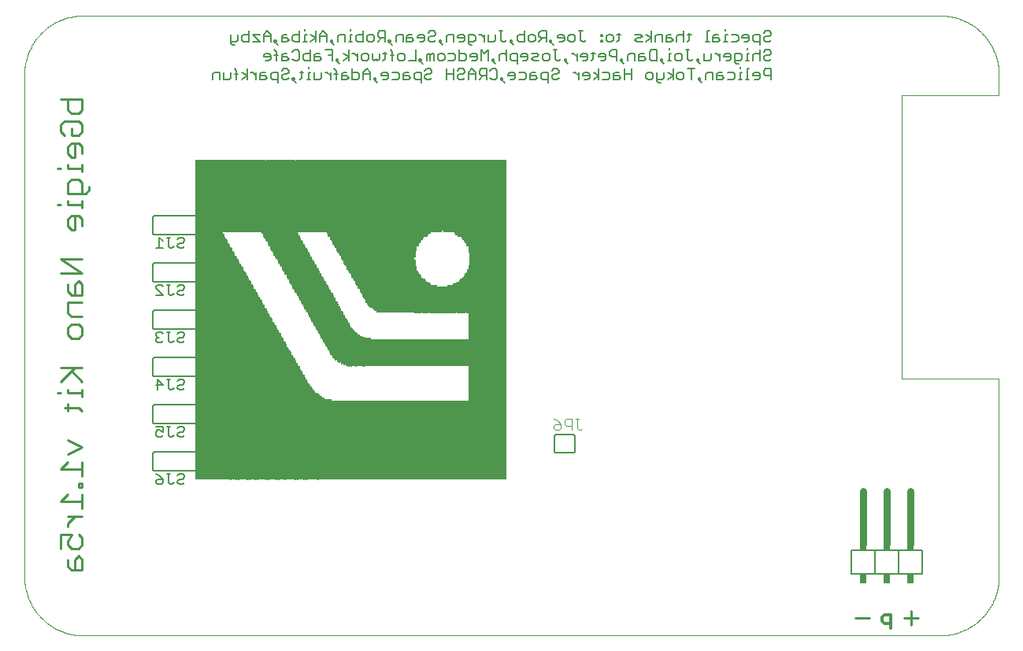
<source format=gbo>
G75*
%MOIN*%
%OFA0B0*%
%FSLAX25Y25*%
%IPPOS*%
%LPD*%
%AMOC8*
5,1,8,0,0,1.08239X$1,22.5*
%
%ADD10C,0.00000*%
%ADD11C,0.01000*%
%ADD12C,0.00500*%
%ADD13C,0.01400*%
%ADD14C,0.00600*%
%ADD15C,0.03000*%
%ADD16R,0.03000X0.02000*%
%ADD17R,0.03000X0.04000*%
%ADD18C,0.00400*%
%ADD19R,0.00500X1.35500*%
%ADD20R,0.00500X0.39500*%
%ADD21R,0.00500X0.91000*%
%ADD22R,0.00500X0.37000*%
%ADD23R,0.00500X0.18500*%
%ADD24R,0.00500X0.11500*%
%ADD25R,0.00500X0.33500*%
%ADD26R,0.00500X0.36500*%
%ADD27R,0.00500X0.17500*%
%ADD28R,0.00500X0.35500*%
%ADD29R,0.00500X0.17000*%
%ADD30R,0.00500X0.35000*%
%ADD31R,0.00500X0.16000*%
%ADD32R,0.00500X0.34000*%
%ADD33R,0.00500X0.15500*%
%ADD34R,0.00500X0.14500*%
%ADD35R,0.00500X0.33000*%
%ADD36R,0.00500X0.14000*%
%ADD37R,0.00500X0.32500*%
%ADD38R,0.00500X0.13500*%
%ADD39R,0.00500X0.32000*%
%ADD40R,0.00500X0.13000*%
%ADD41R,0.00500X0.31500*%
%ADD42R,0.00500X0.12500*%
%ADD43R,0.00500X0.31000*%
%ADD44R,0.00500X0.12000*%
%ADD45R,0.00500X0.30500*%
%ADD46R,0.00500X0.30000*%
%ADD47R,0.00500X0.15000*%
%ADD48R,0.00500X0.16500*%
%ADD49R,0.00500X0.18000*%
%ADD50R,0.00500X0.39000*%
%ADD51R,0.00500X0.20000*%
%ADD52R,0.00500X0.41500*%
%ADD53R,0.00500X0.22500*%
%ADD54R,0.00500X0.65000*%
%ADD55R,0.00500X0.64500*%
%ADD56R,0.00500X0.64000*%
%ADD57R,0.00500X0.63500*%
%ADD58R,0.00500X0.63000*%
%ADD59R,0.00500X0.62500*%
%ADD60R,0.00500X0.62000*%
%ADD61R,0.00500X0.61500*%
%ADD62R,0.00500X0.60500*%
%ADD63R,0.00500X0.59500*%
%ADD64R,0.00500X0.59000*%
%ADD65R,0.00500X0.58000*%
%ADD66R,0.00500X0.57000*%
%ADD67R,0.00500X0.56000*%
%ADD68R,0.00500X0.55000*%
%ADD69R,0.00500X0.54500*%
%ADD70R,0.00500X0.53500*%
%ADD71R,0.00500X0.52500*%
%ADD72R,0.00500X0.51500*%
%ADD73R,0.00500X0.51000*%
%ADD74R,0.00500X0.50000*%
%ADD75R,0.00500X0.49000*%
%ADD76R,0.00500X0.48000*%
%ADD77R,0.00500X0.47500*%
%ADD78R,0.00500X0.46500*%
%ADD79R,0.00500X0.19500*%
%ADD80R,0.00500X0.45500*%
%ADD81R,0.00500X0.44500*%
%ADD82R,0.00500X0.20500*%
%ADD83R,0.00500X0.44000*%
%ADD84R,0.00500X0.21500*%
%ADD85R,0.00500X0.43000*%
%ADD86R,0.00500X0.22000*%
%ADD87R,0.00500X0.42000*%
%ADD88R,0.00500X0.41000*%
%ADD89R,0.00500X0.23000*%
%ADD90R,0.00500X0.40000*%
%ADD91R,0.00500X0.24000*%
%ADD92R,0.00500X0.24500*%
%ADD93R,0.00500X0.38500*%
%ADD94R,0.00500X0.25000*%
%ADD95R,0.00500X0.37500*%
%ADD96R,0.00500X0.25500*%
%ADD97R,0.00500X0.26000*%
%ADD98R,0.00500X0.36000*%
%ADD99R,0.00500X0.26500*%
%ADD100R,0.00500X0.27000*%
%ADD101R,0.00500X0.34500*%
%ADD102R,0.00500X0.38000*%
%ADD103R,0.00500X0.42500*%
%ADD104R,0.00500X0.43500*%
%ADD105R,0.00500X0.45000*%
%ADD106R,0.00500X0.46000*%
%ADD107R,0.00500X0.47000*%
%ADD108R,0.00500X0.48500*%
%ADD109R,0.00500X0.49500*%
%ADD110R,0.00500X0.56500*%
%ADD111R,0.00500X0.50500*%
%ADD112R,0.00500X0.55500*%
%ADD113R,0.00500X0.52000*%
%ADD114R,0.00500X0.53000*%
%ADD115R,0.00500X0.54000*%
%ADD116R,0.00500X0.57500*%
%ADD117R,0.00500X0.58500*%
%ADD118R,0.00500X0.60000*%
%ADD119R,0.00500X0.61000*%
%ADD120R,0.00500X0.65500*%
%ADD121R,0.00500X0.40500*%
%ADD122R,0.00500X0.66000*%
%ADD123R,0.00500X0.67000*%
%ADD124R,0.00500X0.68000*%
%ADD125R,0.00500X0.69000*%
%ADD126R,0.00500X0.69500*%
%ADD127R,0.00500X0.70500*%
%ADD128R,0.00500X0.71500*%
%ADD129R,0.00500X0.72500*%
%ADD130R,0.00500X0.73000*%
%ADD131R,0.00500X0.74000*%
%ADD132R,0.00500X0.75000*%
%ADD133R,0.00500X0.76000*%
%ADD134R,0.00500X0.77000*%
%ADD135R,0.00500X0.77500*%
%ADD136R,0.00500X0.78500*%
%ADD137R,0.00500X0.79500*%
%ADD138R,0.00500X0.80500*%
%ADD139R,0.00500X0.81000*%
%ADD140R,0.00500X0.82000*%
%ADD141R,0.00500X0.83000*%
%ADD142R,0.00500X0.84000*%
%ADD143R,0.00500X0.84500*%
%ADD144R,0.00500X0.85500*%
%ADD145R,0.00500X0.86500*%
%ADD146R,0.00500X0.87500*%
%ADD147R,0.00500X0.88000*%
%ADD148R,0.00500X0.89000*%
%ADD149R,0.00500X0.90000*%
%ADD150R,0.00500X0.91500*%
%ADD151R,0.00500X0.92500*%
%ADD152R,0.00500X0.93500*%
%ADD153R,0.00500X0.94500*%
%ADD154R,0.00500X0.95000*%
%ADD155R,0.00500X0.96000*%
%ADD156R,0.00500X0.97000*%
%ADD157R,0.00500X0.98000*%
%ADD158R,0.00500X0.98500*%
%ADD159R,0.00500X0.99500*%
%ADD160R,0.00500X1.00500*%
%ADD161R,0.00500X1.01500*%
%ADD162R,0.00500X1.02000*%
%ADD163R,0.00500X1.03000*%
%ADD164R,0.00500X1.04000*%
D10*
X0033850Y0008850D02*
X0396350Y0008850D01*
X0396954Y0008857D01*
X0397558Y0008879D01*
X0398161Y0008916D01*
X0398763Y0008967D01*
X0399363Y0009032D01*
X0399962Y0009112D01*
X0400559Y0009207D01*
X0401153Y0009316D01*
X0401745Y0009439D01*
X0402333Y0009576D01*
X0402918Y0009728D01*
X0403499Y0009894D01*
X0404075Y0010074D01*
X0404648Y0010267D01*
X0405215Y0010475D01*
X0405777Y0010696D01*
X0406334Y0010930D01*
X0406885Y0011178D01*
X0407430Y0011439D01*
X0407968Y0011714D01*
X0408500Y0012001D01*
X0409024Y0012301D01*
X0409541Y0012613D01*
X0410050Y0012938D01*
X0410552Y0013275D01*
X0411045Y0013625D01*
X0411529Y0013986D01*
X0412005Y0014358D01*
X0412471Y0014742D01*
X0412928Y0015137D01*
X0413375Y0015543D01*
X0413813Y0015960D01*
X0414240Y0016387D01*
X0414657Y0016825D01*
X0415063Y0017272D01*
X0415458Y0017729D01*
X0415842Y0018195D01*
X0416214Y0018671D01*
X0416575Y0019155D01*
X0416925Y0019648D01*
X0417262Y0020150D01*
X0417587Y0020659D01*
X0417899Y0021176D01*
X0418199Y0021700D01*
X0418486Y0022232D01*
X0418761Y0022770D01*
X0419022Y0023315D01*
X0419270Y0023866D01*
X0419504Y0024423D01*
X0419725Y0024985D01*
X0419933Y0025552D01*
X0420126Y0026125D01*
X0420306Y0026701D01*
X0420472Y0027282D01*
X0420624Y0027867D01*
X0420761Y0028455D01*
X0420884Y0029047D01*
X0420993Y0029641D01*
X0421088Y0030238D01*
X0421168Y0030837D01*
X0421233Y0031437D01*
X0421284Y0032039D01*
X0421321Y0032642D01*
X0421343Y0033246D01*
X0421350Y0033850D01*
X0421350Y0117600D01*
X0380100Y0117600D01*
X0380100Y0237600D01*
X0421350Y0237600D01*
X0421350Y0246350D01*
X0421343Y0246954D01*
X0421321Y0247558D01*
X0421284Y0248161D01*
X0421233Y0248763D01*
X0421168Y0249363D01*
X0421088Y0249962D01*
X0420993Y0250559D01*
X0420884Y0251153D01*
X0420761Y0251745D01*
X0420624Y0252333D01*
X0420472Y0252918D01*
X0420306Y0253499D01*
X0420126Y0254075D01*
X0419933Y0254648D01*
X0419725Y0255215D01*
X0419504Y0255777D01*
X0419270Y0256334D01*
X0419022Y0256885D01*
X0418761Y0257430D01*
X0418486Y0257968D01*
X0418199Y0258500D01*
X0417899Y0259024D01*
X0417587Y0259541D01*
X0417262Y0260050D01*
X0416925Y0260552D01*
X0416575Y0261045D01*
X0416214Y0261529D01*
X0415842Y0262005D01*
X0415458Y0262471D01*
X0415063Y0262928D01*
X0414657Y0263375D01*
X0414240Y0263813D01*
X0413813Y0264240D01*
X0413375Y0264657D01*
X0412928Y0265063D01*
X0412471Y0265458D01*
X0412005Y0265842D01*
X0411529Y0266214D01*
X0411045Y0266575D01*
X0410552Y0266925D01*
X0410050Y0267262D01*
X0409541Y0267587D01*
X0409024Y0267899D01*
X0408500Y0268199D01*
X0407968Y0268486D01*
X0407430Y0268761D01*
X0406885Y0269022D01*
X0406334Y0269270D01*
X0405777Y0269504D01*
X0405215Y0269725D01*
X0404648Y0269933D01*
X0404075Y0270126D01*
X0403499Y0270306D01*
X0402918Y0270472D01*
X0402333Y0270624D01*
X0401745Y0270761D01*
X0401153Y0270884D01*
X0400559Y0270993D01*
X0399962Y0271088D01*
X0399363Y0271168D01*
X0398763Y0271233D01*
X0398161Y0271284D01*
X0397558Y0271321D01*
X0396954Y0271343D01*
X0396350Y0271350D01*
X0033850Y0271350D01*
X0033246Y0271343D01*
X0032642Y0271321D01*
X0032039Y0271284D01*
X0031437Y0271233D01*
X0030837Y0271168D01*
X0030238Y0271088D01*
X0029641Y0270993D01*
X0029047Y0270884D01*
X0028455Y0270761D01*
X0027867Y0270624D01*
X0027282Y0270472D01*
X0026701Y0270306D01*
X0026125Y0270126D01*
X0025552Y0269933D01*
X0024985Y0269725D01*
X0024423Y0269504D01*
X0023866Y0269270D01*
X0023315Y0269022D01*
X0022770Y0268761D01*
X0022232Y0268486D01*
X0021700Y0268199D01*
X0021176Y0267899D01*
X0020659Y0267587D01*
X0020150Y0267262D01*
X0019648Y0266925D01*
X0019155Y0266575D01*
X0018671Y0266214D01*
X0018195Y0265842D01*
X0017729Y0265458D01*
X0017272Y0265063D01*
X0016825Y0264657D01*
X0016387Y0264240D01*
X0015960Y0263813D01*
X0015543Y0263375D01*
X0015137Y0262928D01*
X0014742Y0262471D01*
X0014358Y0262005D01*
X0013986Y0261529D01*
X0013625Y0261045D01*
X0013275Y0260552D01*
X0012938Y0260050D01*
X0012613Y0259541D01*
X0012301Y0259024D01*
X0012001Y0258500D01*
X0011714Y0257968D01*
X0011439Y0257430D01*
X0011178Y0256885D01*
X0010930Y0256334D01*
X0010696Y0255777D01*
X0010475Y0255215D01*
X0010267Y0254648D01*
X0010074Y0254075D01*
X0009894Y0253499D01*
X0009728Y0252918D01*
X0009576Y0252333D01*
X0009439Y0251745D01*
X0009316Y0251153D01*
X0009207Y0250559D01*
X0009112Y0249962D01*
X0009032Y0249363D01*
X0008967Y0248763D01*
X0008916Y0248161D01*
X0008879Y0247558D01*
X0008857Y0246954D01*
X0008850Y0246350D01*
X0008850Y0033850D01*
X0008857Y0033246D01*
X0008879Y0032642D01*
X0008916Y0032039D01*
X0008967Y0031437D01*
X0009032Y0030837D01*
X0009112Y0030238D01*
X0009207Y0029641D01*
X0009316Y0029047D01*
X0009439Y0028455D01*
X0009576Y0027867D01*
X0009728Y0027282D01*
X0009894Y0026701D01*
X0010074Y0026125D01*
X0010267Y0025552D01*
X0010475Y0024985D01*
X0010696Y0024423D01*
X0010930Y0023866D01*
X0011178Y0023315D01*
X0011439Y0022770D01*
X0011714Y0022232D01*
X0012001Y0021700D01*
X0012301Y0021176D01*
X0012613Y0020659D01*
X0012938Y0020150D01*
X0013275Y0019648D01*
X0013625Y0019155D01*
X0013986Y0018671D01*
X0014358Y0018195D01*
X0014742Y0017729D01*
X0015137Y0017272D01*
X0015543Y0016825D01*
X0015960Y0016387D01*
X0016387Y0015960D01*
X0016825Y0015543D01*
X0017272Y0015137D01*
X0017729Y0014742D01*
X0018195Y0014358D01*
X0018671Y0013986D01*
X0019155Y0013625D01*
X0019648Y0013275D01*
X0020150Y0012938D01*
X0020659Y0012613D01*
X0021176Y0012301D01*
X0021700Y0012001D01*
X0022232Y0011714D01*
X0022770Y0011439D01*
X0023315Y0011178D01*
X0023866Y0010930D01*
X0024423Y0010696D01*
X0024985Y0010475D01*
X0025552Y0010267D01*
X0026125Y0010074D01*
X0026701Y0009894D01*
X0027282Y0009728D01*
X0027867Y0009576D01*
X0028455Y0009439D01*
X0029047Y0009316D01*
X0029641Y0009207D01*
X0030238Y0009112D01*
X0030837Y0009032D01*
X0031437Y0008967D01*
X0032039Y0008916D01*
X0032642Y0008879D01*
X0033246Y0008857D01*
X0033850Y0008850D01*
D11*
X0033350Y0036480D02*
X0028846Y0036480D01*
X0027345Y0037981D01*
X0027345Y0040984D01*
X0030347Y0040984D02*
X0030347Y0036480D01*
X0033350Y0036480D02*
X0033350Y0040984D01*
X0031849Y0042485D01*
X0030347Y0040984D01*
X0028846Y0045688D02*
X0031849Y0045688D01*
X0033350Y0047189D01*
X0033350Y0050192D01*
X0031849Y0051693D01*
X0028846Y0051693D02*
X0027345Y0048690D01*
X0027345Y0047189D01*
X0028846Y0045688D01*
X0024342Y0045688D02*
X0024342Y0051693D01*
X0028846Y0051693D01*
X0027345Y0054862D02*
X0027345Y0056363D01*
X0030347Y0059366D01*
X0027345Y0059366D02*
X0033350Y0059366D01*
X0033350Y0062569D02*
X0033350Y0068574D01*
X0033350Y0065571D02*
X0024342Y0065571D01*
X0027345Y0068574D01*
X0031849Y0071677D02*
X0033350Y0071677D01*
X0033350Y0073178D01*
X0031849Y0073178D01*
X0031849Y0071677D01*
X0033350Y0076381D02*
X0033350Y0082386D01*
X0033350Y0079383D02*
X0024342Y0079383D01*
X0027345Y0082386D01*
X0027345Y0085588D02*
X0033350Y0088591D01*
X0027345Y0091594D01*
X0027345Y0103937D02*
X0027345Y0106940D01*
X0025844Y0105439D02*
X0031849Y0105439D01*
X0033350Y0103937D01*
X0033350Y0110076D02*
X0033350Y0113079D01*
X0033350Y0111577D02*
X0027345Y0111577D01*
X0027345Y0113079D01*
X0024342Y0111577D02*
X0022841Y0111577D01*
X0024342Y0116281D02*
X0030347Y0122286D01*
X0028846Y0120785D02*
X0033350Y0116281D01*
X0033350Y0122286D02*
X0024342Y0122286D01*
X0028846Y0134697D02*
X0027345Y0136198D01*
X0027345Y0139201D01*
X0028846Y0140702D01*
X0031849Y0140702D01*
X0033350Y0139201D01*
X0033350Y0136198D01*
X0031849Y0134697D01*
X0028846Y0134697D01*
X0028846Y0143905D02*
X0033350Y0143905D01*
X0028846Y0143905D02*
X0027345Y0145406D01*
X0027345Y0149910D01*
X0033350Y0149910D01*
X0033350Y0153113D02*
X0028846Y0153113D01*
X0027345Y0154614D01*
X0027345Y0157617D01*
X0030347Y0157617D02*
X0030347Y0153113D01*
X0033350Y0153113D02*
X0033350Y0157617D01*
X0031849Y0159118D01*
X0030347Y0157617D01*
X0033350Y0162321D02*
X0024342Y0162321D01*
X0024342Y0168326D02*
X0033350Y0162321D01*
X0033350Y0168326D02*
X0024342Y0168326D01*
X0028846Y0180736D02*
X0030347Y0180736D01*
X0030347Y0186741D01*
X0028846Y0186741D02*
X0031849Y0186741D01*
X0033350Y0185240D01*
X0033350Y0182238D01*
X0028846Y0180736D02*
X0027345Y0182238D01*
X0027345Y0185240D01*
X0028846Y0186741D01*
X0033350Y0189877D02*
X0033350Y0192880D01*
X0033350Y0191379D02*
X0027345Y0191379D01*
X0027345Y0192880D01*
X0027345Y0196083D02*
X0027345Y0200587D01*
X0028846Y0202088D01*
X0031849Y0202088D01*
X0033350Y0200587D01*
X0033350Y0196083D01*
X0034851Y0196083D02*
X0036353Y0197584D01*
X0036353Y0199085D01*
X0034851Y0196083D02*
X0027345Y0196083D01*
X0024342Y0191379D02*
X0022841Y0191379D01*
X0022841Y0206725D02*
X0024342Y0206725D01*
X0027345Y0206725D02*
X0027345Y0208226D01*
X0027345Y0206725D02*
X0033350Y0206725D01*
X0033350Y0208226D02*
X0033350Y0205224D01*
X0030347Y0211429D02*
X0028846Y0211429D01*
X0027345Y0212930D01*
X0027345Y0215933D01*
X0028846Y0217434D01*
X0031849Y0217434D01*
X0033350Y0215933D01*
X0033350Y0212930D01*
X0030347Y0211429D02*
X0030347Y0217434D01*
X0028846Y0220637D02*
X0028846Y0223640D01*
X0028846Y0220637D02*
X0031849Y0220637D01*
X0033350Y0222138D01*
X0033350Y0225141D01*
X0031849Y0226642D01*
X0025844Y0226642D01*
X0024342Y0225141D01*
X0024342Y0222138D01*
X0025844Y0220637D01*
X0028846Y0229845D02*
X0027345Y0231346D01*
X0027345Y0235850D01*
X0024342Y0235850D02*
X0033350Y0235850D01*
X0033350Y0231346D01*
X0031849Y0229845D01*
X0028846Y0229845D01*
X0360600Y0016354D02*
X0366605Y0016354D01*
X0381095Y0016354D02*
X0387100Y0016354D01*
X0384097Y0019356D02*
X0384097Y0013351D01*
D12*
X0076662Y0073601D02*
X0075911Y0072850D01*
X0074410Y0072850D01*
X0073659Y0073601D01*
X0073659Y0074351D01*
X0074410Y0075102D01*
X0075911Y0075102D01*
X0076662Y0075853D01*
X0076662Y0076603D01*
X0075911Y0077354D01*
X0074410Y0077354D01*
X0073659Y0076603D01*
X0070557Y0077354D02*
X0069055Y0077354D01*
X0069806Y0077354D02*
X0069806Y0073601D01*
X0070557Y0072850D01*
X0071307Y0072850D01*
X0072058Y0073601D01*
X0067454Y0073601D02*
X0066703Y0072850D01*
X0065202Y0072850D01*
X0064451Y0073601D01*
X0064451Y0074351D01*
X0065202Y0075102D01*
X0067454Y0075102D01*
X0067454Y0073601D01*
X0067454Y0075102D02*
X0065953Y0076603D01*
X0064451Y0077354D01*
X0065202Y0092850D02*
X0064451Y0093601D01*
X0064451Y0095102D01*
X0065202Y0095853D01*
X0065953Y0095853D01*
X0067454Y0095102D01*
X0067454Y0097354D01*
X0064451Y0097354D01*
X0065202Y0092850D02*
X0066703Y0092850D01*
X0067454Y0093601D01*
X0069806Y0093601D02*
X0069806Y0097354D01*
X0070557Y0097354D02*
X0069055Y0097354D01*
X0069806Y0093601D02*
X0070557Y0092850D01*
X0071307Y0092850D01*
X0072058Y0093601D01*
X0073659Y0093601D02*
X0074410Y0092850D01*
X0075911Y0092850D01*
X0076662Y0093601D01*
X0075911Y0095102D02*
X0074410Y0095102D01*
X0073659Y0094351D01*
X0073659Y0093601D01*
X0075911Y0095102D02*
X0076662Y0095853D01*
X0076662Y0096603D01*
X0075911Y0097354D01*
X0074410Y0097354D01*
X0073659Y0096603D01*
X0074410Y0112850D02*
X0075911Y0112850D01*
X0076662Y0113601D01*
X0075911Y0115102D02*
X0074410Y0115102D01*
X0073659Y0114351D01*
X0073659Y0113601D01*
X0074410Y0112850D01*
X0072058Y0113601D02*
X0071307Y0112850D01*
X0070557Y0112850D01*
X0069806Y0113601D01*
X0069806Y0117354D01*
X0070557Y0117354D02*
X0069055Y0117354D01*
X0067454Y0115102D02*
X0064451Y0115102D01*
X0065202Y0112850D02*
X0065202Y0117354D01*
X0067454Y0115102D01*
X0073659Y0116603D02*
X0074410Y0117354D01*
X0075911Y0117354D01*
X0076662Y0116603D01*
X0076662Y0115853D01*
X0075911Y0115102D01*
X0075911Y0132850D02*
X0076662Y0133601D01*
X0075911Y0132850D02*
X0074410Y0132850D01*
X0073659Y0133601D01*
X0073659Y0134351D01*
X0074410Y0135102D01*
X0075911Y0135102D01*
X0076662Y0135853D01*
X0076662Y0136603D01*
X0075911Y0137354D01*
X0074410Y0137354D01*
X0073659Y0136603D01*
X0070557Y0137354D02*
X0069055Y0137354D01*
X0069806Y0137354D02*
X0069806Y0133601D01*
X0070557Y0132850D01*
X0071307Y0132850D01*
X0072058Y0133601D01*
X0067454Y0133601D02*
X0066703Y0132850D01*
X0065202Y0132850D01*
X0064451Y0133601D01*
X0064451Y0134351D01*
X0065202Y0135102D01*
X0065953Y0135102D01*
X0065202Y0135102D02*
X0064451Y0135853D01*
X0064451Y0136603D01*
X0065202Y0137354D01*
X0066703Y0137354D01*
X0067454Y0136603D01*
X0067454Y0152850D02*
X0064451Y0152850D01*
X0064451Y0155853D02*
X0064451Y0156603D01*
X0065202Y0157354D01*
X0066703Y0157354D01*
X0067454Y0156603D01*
X0069055Y0157354D02*
X0070557Y0157354D01*
X0069806Y0157354D02*
X0069806Y0153601D01*
X0070557Y0152850D01*
X0071307Y0152850D01*
X0072058Y0153601D01*
X0073659Y0153601D02*
X0073659Y0154351D01*
X0074410Y0155102D01*
X0075911Y0155102D01*
X0076662Y0155853D01*
X0076662Y0156603D01*
X0075911Y0157354D01*
X0074410Y0157354D01*
X0073659Y0156603D01*
X0073659Y0153601D02*
X0074410Y0152850D01*
X0075911Y0152850D01*
X0076662Y0153601D01*
X0067454Y0152850D02*
X0064451Y0155853D01*
X0064451Y0172850D02*
X0067454Y0172850D01*
X0065953Y0172850D02*
X0065953Y0177354D01*
X0067454Y0175853D01*
X0069055Y0177354D02*
X0070557Y0177354D01*
X0069806Y0177354D02*
X0069806Y0173601D01*
X0070557Y0172850D01*
X0071307Y0172850D01*
X0072058Y0173601D01*
X0073659Y0173601D02*
X0073659Y0174351D01*
X0074410Y0175102D01*
X0075911Y0175102D01*
X0076662Y0175853D01*
X0076662Y0176603D01*
X0075911Y0177354D01*
X0074410Y0177354D01*
X0073659Y0176603D01*
X0073659Y0173601D02*
X0074410Y0172850D01*
X0075911Y0172850D01*
X0076662Y0173601D01*
X0116139Y0242849D02*
X0116139Y0247353D01*
X0113887Y0247353D01*
X0113136Y0246602D01*
X0113136Y0245101D01*
X0113887Y0244350D01*
X0116139Y0244350D01*
X0117740Y0245101D02*
X0118491Y0244350D01*
X0119992Y0244350D01*
X0120743Y0245101D01*
X0122311Y0245101D02*
X0123061Y0245101D01*
X0123061Y0244350D01*
X0122311Y0244350D01*
X0122311Y0245101D01*
X0122311Y0244350D02*
X0123812Y0242849D01*
X0125380Y0244350D02*
X0126131Y0245101D01*
X0126131Y0248103D01*
X0126881Y0247353D02*
X0125380Y0247353D01*
X0129200Y0247353D02*
X0129200Y0244350D01*
X0129951Y0244350D02*
X0128449Y0244350D01*
X0129200Y0247353D02*
X0129951Y0247353D01*
X0131552Y0247353D02*
X0131552Y0244350D01*
X0133804Y0244350D01*
X0134554Y0245101D01*
X0134554Y0247353D01*
X0136139Y0247353D02*
X0136890Y0247353D01*
X0138391Y0245851D01*
X0138391Y0244350D02*
X0138391Y0247353D01*
X0139959Y0246602D02*
X0141460Y0246602D01*
X0143062Y0246602D02*
X0143062Y0244350D01*
X0145314Y0244350D01*
X0146064Y0245101D01*
X0145314Y0245851D01*
X0143062Y0245851D01*
X0143062Y0246602D02*
X0143812Y0247353D01*
X0145314Y0247353D01*
X0147666Y0247353D02*
X0149918Y0247353D01*
X0150668Y0246602D01*
X0150668Y0245101D01*
X0149918Y0244350D01*
X0147666Y0244350D01*
X0147666Y0248854D01*
X0152270Y0247353D02*
X0152270Y0244350D01*
X0152270Y0246602D02*
X0155272Y0246602D01*
X0155272Y0247353D02*
X0153771Y0248854D01*
X0152270Y0247353D01*
X0155272Y0247353D02*
X0155272Y0244350D01*
X0156840Y0244350D02*
X0157591Y0244350D01*
X0157591Y0245101D01*
X0156840Y0245101D01*
X0156840Y0244350D01*
X0158341Y0242849D01*
X0160693Y0244350D02*
X0162195Y0244350D01*
X0162945Y0245101D01*
X0162945Y0246602D01*
X0162195Y0247353D01*
X0160693Y0247353D01*
X0159943Y0246602D01*
X0159943Y0245851D01*
X0162945Y0245851D01*
X0164547Y0244350D02*
X0166799Y0244350D01*
X0167549Y0245101D01*
X0167549Y0246602D01*
X0166799Y0247353D01*
X0164547Y0247353D01*
X0169151Y0246602D02*
X0169151Y0244350D01*
X0171403Y0244350D01*
X0172153Y0245101D01*
X0171403Y0245851D01*
X0169151Y0245851D01*
X0169151Y0246602D02*
X0169901Y0247353D01*
X0171403Y0247353D01*
X0173755Y0246602D02*
X0173755Y0245101D01*
X0174505Y0244350D01*
X0176757Y0244350D01*
X0176757Y0242849D02*
X0176757Y0247353D01*
X0174505Y0247353D01*
X0173755Y0246602D01*
X0178358Y0245851D02*
X0178358Y0245101D01*
X0179109Y0244350D01*
X0180610Y0244350D01*
X0181361Y0245101D01*
X0180610Y0246602D02*
X0179109Y0246602D01*
X0178358Y0245851D01*
X0178358Y0248103D02*
X0179109Y0248854D01*
X0180610Y0248854D01*
X0181361Y0248103D01*
X0181361Y0247353D01*
X0180610Y0246602D01*
X0177524Y0250849D02*
X0176023Y0252350D01*
X0176774Y0252350D01*
X0176774Y0253101D01*
X0176023Y0253101D01*
X0176023Y0252350D01*
X0174455Y0252350D02*
X0171453Y0252350D01*
X0169851Y0253101D02*
X0169101Y0252350D01*
X0167599Y0252350D01*
X0166849Y0253101D01*
X0166849Y0254602D01*
X0167599Y0255353D01*
X0169101Y0255353D01*
X0169851Y0254602D01*
X0169851Y0253101D01*
X0174455Y0252350D02*
X0174455Y0256854D01*
X0172937Y0260350D02*
X0170685Y0260350D01*
X0170685Y0262602D01*
X0171436Y0263353D01*
X0172937Y0263353D01*
X0172937Y0261851D02*
X0170685Y0261851D01*
X0169084Y0260350D02*
X0169084Y0263353D01*
X0166832Y0263353D01*
X0166081Y0262602D01*
X0166081Y0260350D01*
X0164480Y0258849D02*
X0162979Y0260350D01*
X0163729Y0260350D01*
X0163729Y0261101D01*
X0162979Y0261101D01*
X0162979Y0260350D01*
X0161411Y0260350D02*
X0161411Y0264854D01*
X0159159Y0264854D01*
X0158408Y0264103D01*
X0158408Y0262602D01*
X0159159Y0261851D01*
X0161411Y0261851D01*
X0159909Y0261851D02*
X0158408Y0260350D01*
X0156807Y0261101D02*
X0156056Y0260350D01*
X0154555Y0260350D01*
X0153804Y0261101D01*
X0153804Y0262602D01*
X0154555Y0263353D01*
X0156056Y0263353D01*
X0156807Y0262602D01*
X0156807Y0261101D01*
X0152203Y0260350D02*
X0149951Y0260350D01*
X0149200Y0261101D01*
X0149200Y0262602D01*
X0149951Y0263353D01*
X0152203Y0263353D01*
X0152203Y0264854D02*
X0152203Y0260350D01*
X0147599Y0260350D02*
X0146098Y0260350D01*
X0146848Y0260350D02*
X0146848Y0263353D01*
X0147599Y0263353D01*
X0146848Y0264854D02*
X0146848Y0265604D01*
X0144530Y0263353D02*
X0142278Y0263353D01*
X0141527Y0262602D01*
X0141527Y0260350D01*
X0139926Y0258849D02*
X0138424Y0260350D01*
X0139175Y0260350D01*
X0139175Y0261101D01*
X0138424Y0261101D01*
X0138424Y0260350D01*
X0136856Y0260350D02*
X0136856Y0263353D01*
X0135355Y0264854D01*
X0133854Y0263353D01*
X0133854Y0260350D01*
X0132253Y0260350D02*
X0132253Y0264854D01*
X0130001Y0263353D02*
X0132253Y0261851D01*
X0130001Y0260350D01*
X0128416Y0260350D02*
X0126915Y0260350D01*
X0127665Y0260350D02*
X0127665Y0263353D01*
X0128416Y0263353D01*
X0127665Y0264854D02*
X0127665Y0265604D01*
X0125347Y0264854D02*
X0125347Y0260350D01*
X0123095Y0260350D01*
X0122344Y0261101D01*
X0122344Y0262602D01*
X0123095Y0263353D01*
X0125347Y0263353D01*
X0120743Y0261101D02*
X0119992Y0261851D01*
X0117740Y0261851D01*
X0117740Y0262602D02*
X0117740Y0260350D01*
X0119992Y0260350D01*
X0120743Y0261101D01*
X0119992Y0263353D02*
X0118491Y0263353D01*
X0117740Y0262602D01*
X0115388Y0261101D02*
X0115388Y0260350D01*
X0114638Y0260350D01*
X0114638Y0261101D01*
X0115388Y0261101D01*
X0114638Y0260350D02*
X0116139Y0258849D01*
X0114638Y0256854D02*
X0115388Y0256103D01*
X0115388Y0252350D01*
X0117740Y0252350D02*
X0119992Y0252350D01*
X0120743Y0253101D01*
X0119992Y0253851D01*
X0117740Y0253851D01*
X0117740Y0254602D02*
X0117740Y0252350D01*
X0117740Y0254602D02*
X0118491Y0255353D01*
X0119992Y0255353D01*
X0122344Y0256103D02*
X0123095Y0256854D01*
X0124596Y0256854D01*
X0125347Y0256103D01*
X0125347Y0253101D01*
X0124596Y0252350D01*
X0123095Y0252350D01*
X0122344Y0253101D01*
X0126948Y0253101D02*
X0126948Y0254602D01*
X0127699Y0255353D01*
X0129951Y0255353D01*
X0129951Y0256854D02*
X0129951Y0252350D01*
X0127699Y0252350D01*
X0126948Y0253101D01*
X0129200Y0249604D02*
X0129200Y0248854D01*
X0131552Y0252350D02*
X0133804Y0252350D01*
X0134555Y0253101D01*
X0133804Y0253851D01*
X0131552Y0253851D01*
X0131552Y0254602D02*
X0131552Y0252350D01*
X0131552Y0254602D02*
X0132303Y0255353D01*
X0133804Y0255353D01*
X0136156Y0256854D02*
X0139158Y0256854D01*
X0139158Y0252350D01*
X0140726Y0252350D02*
X0141477Y0252350D01*
X0141477Y0253101D01*
X0140726Y0253101D01*
X0140726Y0252350D01*
X0142228Y0250849D01*
X0143812Y0252350D02*
X0146064Y0253851D01*
X0143812Y0255353D01*
X0146064Y0256854D02*
X0146064Y0252350D01*
X0147649Y0255353D02*
X0148400Y0255353D01*
X0149901Y0253851D01*
X0149901Y0252350D02*
X0149901Y0255353D01*
X0151502Y0254602D02*
X0152253Y0255353D01*
X0153754Y0255353D01*
X0154505Y0254602D01*
X0154505Y0253101D01*
X0153754Y0252350D01*
X0152253Y0252350D01*
X0151502Y0253101D01*
X0151502Y0254602D01*
X0156106Y0255353D02*
X0156106Y0253101D01*
X0156857Y0252350D01*
X0157607Y0253101D01*
X0158358Y0252350D01*
X0159109Y0253101D01*
X0159109Y0255353D01*
X0160677Y0255353D02*
X0162178Y0255353D01*
X0161427Y0256103D02*
X0161427Y0253101D01*
X0160677Y0252350D01*
X0163746Y0254602D02*
X0165247Y0254602D01*
X0164497Y0256103D02*
X0164497Y0252350D01*
X0164497Y0256103D02*
X0163746Y0256854D01*
X0172937Y0260350D02*
X0173688Y0261101D01*
X0172937Y0261851D01*
X0175289Y0261851D02*
X0178292Y0261851D01*
X0178292Y0261101D02*
X0178292Y0262602D01*
X0177541Y0263353D01*
X0176040Y0263353D01*
X0175289Y0262602D01*
X0175289Y0261851D01*
X0176040Y0260350D02*
X0177541Y0260350D01*
X0178292Y0261101D01*
X0179893Y0261101D02*
X0180644Y0260350D01*
X0182145Y0260350D01*
X0182896Y0261101D01*
X0184464Y0261101D02*
X0185214Y0261101D01*
X0185214Y0260350D01*
X0184464Y0260350D01*
X0184464Y0261101D01*
X0184464Y0260350D02*
X0185965Y0258849D01*
X0187566Y0260350D02*
X0187566Y0262602D01*
X0188317Y0263353D01*
X0190569Y0263353D01*
X0190569Y0260350D01*
X0192170Y0261851D02*
X0195173Y0261851D01*
X0195173Y0261101D02*
X0195173Y0262602D01*
X0194422Y0263353D01*
X0192921Y0263353D01*
X0192170Y0262602D01*
X0192170Y0261851D01*
X0192921Y0260350D02*
X0194422Y0260350D01*
X0195173Y0261101D01*
X0196774Y0260350D02*
X0199026Y0260350D01*
X0199777Y0261101D01*
X0199777Y0262602D01*
X0199026Y0263353D01*
X0196774Y0263353D01*
X0196774Y0259599D01*
X0197525Y0258849D01*
X0198275Y0258849D01*
X0198292Y0255353D02*
X0197542Y0254602D01*
X0197542Y0253851D01*
X0200544Y0253851D01*
X0200544Y0253101D02*
X0200544Y0254602D01*
X0199793Y0255353D01*
X0198292Y0255353D01*
X0195940Y0254602D02*
X0195190Y0255353D01*
X0192938Y0255353D01*
X0192938Y0256854D02*
X0192938Y0252350D01*
X0195190Y0252350D01*
X0195940Y0253101D01*
X0195940Y0254602D01*
X0198292Y0252350D02*
X0199793Y0252350D01*
X0200544Y0253101D01*
X0202145Y0252350D02*
X0202145Y0256854D01*
X0203647Y0255353D01*
X0205148Y0256854D01*
X0205148Y0252350D01*
X0206716Y0252350D02*
X0208217Y0250849D01*
X0207467Y0252350D02*
X0206716Y0252350D01*
X0206716Y0253101D01*
X0207467Y0253101D01*
X0207467Y0252350D01*
X0209819Y0252350D02*
X0209819Y0254602D01*
X0210569Y0255353D01*
X0212071Y0255353D01*
X0212821Y0254602D01*
X0214423Y0254602D02*
X0214423Y0253101D01*
X0215173Y0252350D01*
X0217425Y0252350D01*
X0217425Y0250849D02*
X0217425Y0255353D01*
X0215173Y0255353D01*
X0214423Y0254602D01*
X0212821Y0256854D02*
X0212821Y0252350D01*
X0219026Y0253851D02*
X0222029Y0253851D01*
X0222029Y0253101D02*
X0222029Y0254602D01*
X0221278Y0255353D01*
X0219777Y0255353D01*
X0219026Y0254602D01*
X0219026Y0253851D01*
X0219777Y0252350D02*
X0221278Y0252350D01*
X0222029Y0253101D01*
X0223630Y0253101D02*
X0224381Y0253851D01*
X0225882Y0253851D01*
X0226633Y0254602D01*
X0225882Y0255353D01*
X0223630Y0255353D01*
X0223630Y0253101D02*
X0224381Y0252350D01*
X0226633Y0252350D01*
X0228234Y0253101D02*
X0228234Y0254602D01*
X0228985Y0255353D01*
X0230486Y0255353D01*
X0231237Y0254602D01*
X0231237Y0253101D01*
X0230486Y0252350D01*
X0228985Y0252350D01*
X0228234Y0253101D01*
X0233589Y0253101D02*
X0233589Y0256854D01*
X0234340Y0256854D02*
X0232838Y0256854D01*
X0232772Y0258849D02*
X0231270Y0260350D01*
X0232021Y0260350D01*
X0232021Y0261101D01*
X0231270Y0261101D01*
X0231270Y0260350D01*
X0229702Y0260350D02*
X0229702Y0264854D01*
X0227450Y0264854D01*
X0226700Y0264103D01*
X0226700Y0262602D01*
X0227450Y0261851D01*
X0229702Y0261851D01*
X0228201Y0261851D02*
X0226700Y0260350D01*
X0225098Y0261101D02*
X0224348Y0260350D01*
X0222846Y0260350D01*
X0222096Y0261101D01*
X0222096Y0262602D01*
X0222846Y0263353D01*
X0224348Y0263353D01*
X0225098Y0262602D01*
X0225098Y0261101D01*
X0220494Y0260350D02*
X0218242Y0260350D01*
X0217492Y0261101D01*
X0217492Y0262602D01*
X0218242Y0263353D01*
X0220494Y0263353D01*
X0220494Y0264854D02*
X0220494Y0260350D01*
X0215890Y0258849D02*
X0214389Y0260350D01*
X0215140Y0260350D01*
X0215140Y0261101D01*
X0214389Y0261101D01*
X0214389Y0260350D01*
X0212821Y0261101D02*
X0212071Y0260350D01*
X0211320Y0260350D01*
X0210569Y0261101D01*
X0210569Y0264854D01*
X0209819Y0264854D02*
X0211320Y0264854D01*
X0208217Y0263353D02*
X0208217Y0261101D01*
X0207467Y0260350D01*
X0205215Y0260350D01*
X0205215Y0263353D01*
X0203613Y0263353D02*
X0203613Y0260350D01*
X0203613Y0261851D02*
X0202112Y0263353D01*
X0201361Y0263353D01*
X0191336Y0254602D02*
X0190586Y0255353D01*
X0188334Y0255353D01*
X0186732Y0254602D02*
X0185982Y0255353D01*
X0184480Y0255353D01*
X0183730Y0254602D01*
X0183730Y0253101D01*
X0184480Y0252350D01*
X0185982Y0252350D01*
X0186732Y0253101D01*
X0186732Y0254602D01*
X0188334Y0252350D02*
X0190586Y0252350D01*
X0191336Y0253101D01*
X0191336Y0254602D01*
X0190569Y0248854D02*
X0190569Y0244350D01*
X0192170Y0245101D02*
X0192921Y0244350D01*
X0194422Y0244350D01*
X0195173Y0245101D01*
X0194422Y0246602D02*
X0192921Y0246602D01*
X0192170Y0245851D01*
X0192170Y0245101D01*
X0190569Y0246602D02*
X0187566Y0246602D01*
X0187566Y0248854D02*
X0187566Y0244350D01*
X0192170Y0248103D02*
X0192921Y0248854D01*
X0194422Y0248854D01*
X0195173Y0248103D01*
X0195173Y0247353D01*
X0194422Y0246602D01*
X0196774Y0246602D02*
X0199777Y0246602D01*
X0199777Y0247353D02*
X0198275Y0248854D01*
X0196774Y0247353D01*
X0196774Y0244350D01*
X0199777Y0244350D02*
X0199777Y0247353D01*
X0201378Y0248103D02*
X0201378Y0246602D01*
X0202129Y0245851D01*
X0204381Y0245851D01*
X0204381Y0244350D02*
X0204381Y0248854D01*
X0202129Y0248854D01*
X0201378Y0248103D01*
X0202879Y0245851D02*
X0201378Y0244350D01*
X0205982Y0245101D02*
X0206733Y0244350D01*
X0208234Y0244350D01*
X0208985Y0245101D01*
X0208985Y0248103D01*
X0208234Y0248854D01*
X0206733Y0248854D01*
X0205982Y0248103D01*
X0210553Y0245101D02*
X0211303Y0245101D01*
X0211303Y0244350D01*
X0210553Y0244350D01*
X0210553Y0245101D01*
X0210553Y0244350D02*
X0212054Y0242849D01*
X0214406Y0244350D02*
X0215907Y0244350D01*
X0216658Y0245101D01*
X0216658Y0246602D01*
X0215907Y0247353D01*
X0214406Y0247353D01*
X0213655Y0246602D01*
X0213655Y0245851D01*
X0216658Y0245851D01*
X0218259Y0244350D02*
X0220511Y0244350D01*
X0221262Y0245101D01*
X0221262Y0246602D01*
X0220511Y0247353D01*
X0218259Y0247353D01*
X0222863Y0246602D02*
X0222863Y0244350D01*
X0225115Y0244350D01*
X0225866Y0245101D01*
X0225115Y0245851D01*
X0222863Y0245851D01*
X0222863Y0246602D02*
X0223614Y0247353D01*
X0225115Y0247353D01*
X0227467Y0246602D02*
X0227467Y0245101D01*
X0228218Y0244350D01*
X0230470Y0244350D01*
X0230470Y0242849D02*
X0230470Y0247353D01*
X0228218Y0247353D01*
X0227467Y0246602D01*
X0232071Y0245851D02*
X0232071Y0245101D01*
X0232822Y0244350D01*
X0234323Y0244350D01*
X0235073Y0245101D01*
X0234323Y0246602D02*
X0232822Y0246602D01*
X0232071Y0245851D01*
X0232071Y0248103D02*
X0232822Y0248854D01*
X0234323Y0248854D01*
X0235073Y0248103D01*
X0235073Y0247353D01*
X0234323Y0246602D01*
X0238910Y0250849D02*
X0237409Y0252350D01*
X0238159Y0252350D01*
X0238159Y0253101D01*
X0237409Y0253101D01*
X0237409Y0252350D01*
X0235841Y0253101D02*
X0235090Y0252350D01*
X0234340Y0252350D01*
X0233589Y0253101D01*
X0240495Y0255353D02*
X0241245Y0255353D01*
X0242747Y0253851D01*
X0242747Y0252350D02*
X0242747Y0255353D01*
X0244348Y0254602D02*
X0245099Y0255353D01*
X0246600Y0255353D01*
X0247351Y0254602D01*
X0247351Y0253101D01*
X0246600Y0252350D01*
X0245099Y0252350D01*
X0244348Y0253851D02*
X0247351Y0253851D01*
X0248919Y0252350D02*
X0249669Y0253101D01*
X0249669Y0256103D01*
X0248919Y0255353D02*
X0250420Y0255353D01*
X0252021Y0254602D02*
X0252772Y0255353D01*
X0254273Y0255353D01*
X0255024Y0254602D01*
X0255024Y0253101D01*
X0254273Y0252350D01*
X0252772Y0252350D01*
X0252021Y0253851D02*
X0255024Y0253851D01*
X0256625Y0254602D02*
X0257376Y0253851D01*
X0259628Y0253851D01*
X0259628Y0252350D02*
X0259628Y0256854D01*
X0257376Y0256854D01*
X0256625Y0256103D01*
X0256625Y0254602D01*
X0252021Y0254602D02*
X0252021Y0253851D01*
X0251955Y0248854D02*
X0251955Y0244350D01*
X0251955Y0245851D02*
X0249703Y0247353D01*
X0248118Y0246602D02*
X0248118Y0245101D01*
X0247367Y0244350D01*
X0245866Y0244350D01*
X0245115Y0245851D02*
X0248118Y0245851D01*
X0248118Y0246602D02*
X0247367Y0247353D01*
X0245866Y0247353D01*
X0245115Y0246602D01*
X0245115Y0245851D01*
X0243514Y0245851D02*
X0242013Y0247353D01*
X0241262Y0247353D01*
X0243514Y0247353D02*
X0243514Y0244350D01*
X0249703Y0244350D02*
X0251955Y0245851D01*
X0253556Y0244350D02*
X0255808Y0244350D01*
X0256558Y0245101D01*
X0256558Y0246602D01*
X0255808Y0247353D01*
X0253556Y0247353D01*
X0258160Y0246602D02*
X0258160Y0244350D01*
X0260412Y0244350D01*
X0261162Y0245101D01*
X0260412Y0245851D01*
X0258160Y0245851D01*
X0258160Y0246602D02*
X0258910Y0247353D01*
X0260412Y0247353D01*
X0262764Y0246602D02*
X0265766Y0246602D01*
X0265766Y0244350D02*
X0265766Y0248854D01*
X0262764Y0248854D02*
X0262764Y0244350D01*
X0262697Y0250849D02*
X0261196Y0252350D01*
X0261946Y0252350D01*
X0261946Y0253101D01*
X0261196Y0253101D01*
X0261196Y0252350D01*
X0264298Y0252350D02*
X0264298Y0254602D01*
X0265049Y0255353D01*
X0267301Y0255353D01*
X0267301Y0252350D01*
X0268902Y0252350D02*
X0271154Y0252350D01*
X0271905Y0253101D01*
X0271154Y0253851D01*
X0268902Y0253851D01*
X0268902Y0254602D02*
X0268902Y0252350D01*
X0268902Y0254602D02*
X0269653Y0255353D01*
X0271154Y0255353D01*
X0273506Y0256103D02*
X0274257Y0256854D01*
X0276509Y0256854D01*
X0276509Y0252350D01*
X0274257Y0252350D01*
X0273506Y0253101D01*
X0273506Y0256103D01*
X0274207Y0260350D02*
X0274207Y0264854D01*
X0271955Y0263353D02*
X0274207Y0261851D01*
X0271955Y0260350D01*
X0270370Y0260350D02*
X0268118Y0260350D01*
X0267368Y0261101D01*
X0268118Y0261851D01*
X0269620Y0261851D01*
X0270370Y0262602D01*
X0269620Y0263353D01*
X0267368Y0263353D01*
X0261162Y0263353D02*
X0259661Y0263353D01*
X0260412Y0264103D02*
X0260412Y0261101D01*
X0259661Y0260350D01*
X0258093Y0261101D02*
X0257342Y0260350D01*
X0255841Y0260350D01*
X0255091Y0261101D01*
X0255091Y0262602D01*
X0255841Y0263353D01*
X0257342Y0263353D01*
X0258093Y0262602D01*
X0258093Y0261101D01*
X0253489Y0261101D02*
X0253489Y0260350D01*
X0252739Y0260350D01*
X0252739Y0261101D01*
X0253489Y0261101D01*
X0253489Y0262602D02*
X0253489Y0263353D01*
X0252739Y0263353D01*
X0252739Y0262602D01*
X0253489Y0262602D01*
X0246583Y0261101D02*
X0245833Y0260350D01*
X0245082Y0260350D01*
X0244331Y0261101D01*
X0244331Y0264854D01*
X0243581Y0264854D02*
X0245082Y0264854D01*
X0241979Y0262602D02*
X0241979Y0261101D01*
X0241229Y0260350D01*
X0239727Y0260350D01*
X0238977Y0261101D01*
X0238977Y0262602D01*
X0239727Y0263353D01*
X0241229Y0263353D01*
X0241979Y0262602D01*
X0237375Y0262602D02*
X0236625Y0263353D01*
X0235124Y0263353D01*
X0234373Y0262602D01*
X0234373Y0261851D01*
X0237375Y0261851D01*
X0237375Y0261101D02*
X0237375Y0262602D01*
X0237375Y0261101D02*
X0236625Y0260350D01*
X0235124Y0260350D01*
X0244348Y0254602D02*
X0244348Y0253851D01*
X0271972Y0246602D02*
X0271972Y0245101D01*
X0272722Y0244350D01*
X0274224Y0244350D01*
X0274974Y0245101D01*
X0274974Y0246602D01*
X0274224Y0247353D01*
X0272722Y0247353D01*
X0271972Y0246602D01*
X0276576Y0247353D02*
X0276576Y0243599D01*
X0277326Y0242849D01*
X0278077Y0242849D01*
X0278827Y0244350D02*
X0276576Y0244350D01*
X0278827Y0244350D02*
X0279578Y0245101D01*
X0279578Y0247353D01*
X0281163Y0247353D02*
X0283415Y0245851D01*
X0281163Y0244350D01*
X0283415Y0244350D02*
X0283415Y0248854D01*
X0285016Y0246602D02*
X0285016Y0245101D01*
X0285767Y0244350D01*
X0287268Y0244350D01*
X0288019Y0245101D01*
X0288019Y0246602D01*
X0287268Y0247353D01*
X0285767Y0247353D01*
X0285016Y0246602D01*
X0289620Y0248854D02*
X0292623Y0248854D01*
X0291121Y0248854D02*
X0291121Y0244350D01*
X0294191Y0244350D02*
X0295692Y0242849D01*
X0294941Y0244350D02*
X0294191Y0244350D01*
X0294191Y0245101D01*
X0294941Y0245101D01*
X0294941Y0244350D01*
X0297293Y0244350D02*
X0297293Y0246602D01*
X0298044Y0247353D01*
X0300296Y0247353D01*
X0300296Y0244350D01*
X0301897Y0244350D02*
X0301897Y0246602D01*
X0302648Y0247353D01*
X0304149Y0247353D01*
X0304149Y0245851D02*
X0301897Y0245851D01*
X0301897Y0244350D02*
X0304149Y0244350D01*
X0304900Y0245101D01*
X0304149Y0245851D01*
X0306501Y0244350D02*
X0308753Y0244350D01*
X0309504Y0245101D01*
X0309504Y0246602D01*
X0308753Y0247353D01*
X0306501Y0247353D01*
X0310321Y0250849D02*
X0309570Y0251599D01*
X0309570Y0255353D01*
X0311822Y0255353D01*
X0312573Y0254602D01*
X0312573Y0253101D01*
X0311822Y0252350D01*
X0309570Y0252350D01*
X0310321Y0250849D02*
X0311072Y0250849D01*
X0311822Y0249604D02*
X0311822Y0248854D01*
X0311822Y0247353D02*
X0311822Y0244350D01*
X0311072Y0244350D02*
X0312573Y0244350D01*
X0314141Y0244350D02*
X0315642Y0244350D01*
X0314892Y0244350D02*
X0314892Y0248854D01*
X0315642Y0248854D01*
X0317244Y0246602D02*
X0317244Y0245851D01*
X0320246Y0245851D01*
X0320246Y0245101D02*
X0320246Y0246602D01*
X0319495Y0247353D01*
X0317994Y0247353D01*
X0317244Y0246602D01*
X0317994Y0244350D02*
X0319495Y0244350D01*
X0320246Y0245101D01*
X0321847Y0246602D02*
X0322598Y0245851D01*
X0324850Y0245851D01*
X0324850Y0244350D02*
X0324850Y0248854D01*
X0322598Y0248854D01*
X0321847Y0248103D01*
X0321847Y0246602D01*
X0322598Y0252350D02*
X0324099Y0252350D01*
X0324850Y0253101D01*
X0324099Y0254602D02*
X0322598Y0254602D01*
X0321847Y0253851D01*
X0321847Y0253101D01*
X0322598Y0252350D01*
X0320246Y0252350D02*
X0320246Y0256854D01*
X0319495Y0255353D02*
X0317994Y0255353D01*
X0317244Y0254602D01*
X0317244Y0252350D01*
X0315642Y0252350D02*
X0314141Y0252350D01*
X0314892Y0252350D02*
X0314892Y0255353D01*
X0315642Y0255353D01*
X0314892Y0256854D02*
X0314892Y0257604D01*
X0314892Y0260350D02*
X0313390Y0260350D01*
X0314892Y0260350D02*
X0315642Y0261101D01*
X0315642Y0262602D01*
X0314892Y0263353D01*
X0313390Y0263353D01*
X0312640Y0262602D01*
X0312640Y0261851D01*
X0315642Y0261851D01*
X0317244Y0261101D02*
X0317994Y0260350D01*
X0320246Y0260350D01*
X0320246Y0258849D02*
X0320246Y0263353D01*
X0317994Y0263353D01*
X0317244Y0262602D01*
X0317244Y0261101D01*
X0321847Y0261101D02*
X0322598Y0260350D01*
X0324099Y0260350D01*
X0324850Y0261101D01*
X0324099Y0262602D02*
X0322598Y0262602D01*
X0321847Y0261851D01*
X0321847Y0261101D01*
X0324099Y0262602D02*
X0324850Y0263353D01*
X0324850Y0264103D01*
X0324099Y0264854D01*
X0322598Y0264854D01*
X0321847Y0264103D01*
X0311038Y0262602D02*
X0311038Y0261101D01*
X0310288Y0260350D01*
X0308036Y0260350D01*
X0306434Y0260350D02*
X0304933Y0260350D01*
X0305684Y0260350D02*
X0305684Y0263353D01*
X0306434Y0263353D01*
X0308036Y0263353D02*
X0310288Y0263353D01*
X0311038Y0262602D01*
X0305684Y0264854D02*
X0305684Y0265604D01*
X0302614Y0263353D02*
X0301113Y0263353D01*
X0300362Y0262602D01*
X0300362Y0260350D01*
X0302614Y0260350D01*
X0303365Y0261101D01*
X0302614Y0261851D01*
X0300362Y0261851D01*
X0298761Y0260350D02*
X0297260Y0260350D01*
X0298010Y0260350D02*
X0298010Y0264854D01*
X0298761Y0264854D01*
X0291088Y0263353D02*
X0289587Y0263353D01*
X0290337Y0264103D02*
X0290337Y0261101D01*
X0289587Y0260350D01*
X0288019Y0260350D02*
X0288019Y0264854D01*
X0287268Y0263353D02*
X0285767Y0263353D01*
X0285016Y0262602D01*
X0285016Y0260350D01*
X0283415Y0261101D02*
X0282664Y0261851D01*
X0280412Y0261851D01*
X0280412Y0262602D02*
X0280412Y0260350D01*
X0282664Y0260350D01*
X0283415Y0261101D01*
X0282664Y0263353D02*
X0281163Y0263353D01*
X0280412Y0262602D01*
X0278811Y0263353D02*
X0278811Y0260350D01*
X0278811Y0263353D02*
X0276559Y0263353D01*
X0275808Y0262602D01*
X0275808Y0260350D01*
X0281897Y0257604D02*
X0281897Y0256854D01*
X0281897Y0255353D02*
X0281897Y0252350D01*
X0282647Y0252350D02*
X0281146Y0252350D01*
X0279578Y0250849D02*
X0278077Y0252350D01*
X0278827Y0252350D01*
X0278827Y0253101D01*
X0278077Y0253101D01*
X0278077Y0252350D01*
X0281897Y0255353D02*
X0282647Y0255353D01*
X0284249Y0254602D02*
X0284999Y0255353D01*
X0286501Y0255353D01*
X0287251Y0254602D01*
X0287251Y0253101D01*
X0286501Y0252350D01*
X0284999Y0252350D01*
X0284249Y0253101D01*
X0284249Y0254602D01*
X0288853Y0256854D02*
X0290354Y0256854D01*
X0289603Y0256854D02*
X0289603Y0253101D01*
X0290354Y0252350D01*
X0291105Y0252350D01*
X0291855Y0253101D01*
X0293423Y0253101D02*
X0294174Y0253101D01*
X0294174Y0252350D01*
X0293423Y0252350D01*
X0293423Y0253101D01*
X0293423Y0252350D02*
X0294924Y0250849D01*
X0296526Y0252350D02*
X0296526Y0255353D01*
X0299528Y0255353D02*
X0299528Y0253101D01*
X0298778Y0252350D01*
X0296526Y0252350D01*
X0301113Y0255353D02*
X0301864Y0255353D01*
X0303365Y0253851D01*
X0303365Y0252350D02*
X0303365Y0255353D01*
X0304966Y0254602D02*
X0304966Y0253851D01*
X0307969Y0253851D01*
X0307969Y0253101D02*
X0307969Y0254602D01*
X0307218Y0255353D01*
X0305717Y0255353D01*
X0304966Y0254602D01*
X0305717Y0252350D02*
X0307218Y0252350D01*
X0307969Y0253101D01*
X0311822Y0247353D02*
X0312573Y0247353D01*
X0320246Y0254602D02*
X0319495Y0255353D01*
X0321847Y0256103D02*
X0322598Y0256854D01*
X0324099Y0256854D01*
X0324850Y0256103D01*
X0324850Y0255353D01*
X0324099Y0254602D01*
X0288019Y0262602D02*
X0287268Y0263353D01*
X0182896Y0263353D02*
X0182145Y0262602D01*
X0180644Y0262602D01*
X0179893Y0261851D01*
X0179893Y0261101D01*
X0179893Y0264103D02*
X0180644Y0264854D01*
X0182145Y0264854D01*
X0182896Y0264103D01*
X0182896Y0263353D01*
X0182128Y0255353D02*
X0181378Y0255353D01*
X0180627Y0254602D01*
X0179876Y0255353D01*
X0179126Y0254602D01*
X0179126Y0252350D01*
X0180627Y0252350D02*
X0180627Y0254602D01*
X0182128Y0255353D02*
X0182128Y0252350D01*
X0144530Y0260350D02*
X0144530Y0263353D01*
X0136856Y0262602D02*
X0133854Y0262602D01*
X0137657Y0254602D02*
X0139158Y0254602D01*
X0139959Y0248854D02*
X0140710Y0248103D01*
X0140710Y0244350D01*
X0120743Y0247353D02*
X0119992Y0246602D01*
X0118491Y0246602D01*
X0117740Y0245851D01*
X0117740Y0245101D01*
X0117740Y0248103D02*
X0118491Y0248854D01*
X0119992Y0248854D01*
X0120743Y0248103D01*
X0120743Y0247353D01*
X0116139Y0254602D02*
X0114638Y0254602D01*
X0113070Y0254602D02*
X0112319Y0255353D01*
X0110818Y0255353D01*
X0110067Y0254602D01*
X0110067Y0253851D01*
X0113070Y0253851D01*
X0113070Y0253101D02*
X0113070Y0254602D01*
X0113070Y0253101D02*
X0112319Y0252350D01*
X0110818Y0252350D01*
X0110784Y0247353D02*
X0109283Y0247353D01*
X0108532Y0246602D01*
X0108532Y0244350D01*
X0110784Y0244350D01*
X0111535Y0245101D01*
X0110784Y0245851D01*
X0108532Y0245851D01*
X0106931Y0245851D02*
X0105430Y0247353D01*
X0104679Y0247353D01*
X0103094Y0248854D02*
X0103094Y0244350D01*
X0103094Y0245851D02*
X0100842Y0247353D01*
X0099258Y0246602D02*
X0097756Y0246602D01*
X0098507Y0248103D02*
X0097756Y0248854D01*
X0098507Y0248103D02*
X0098507Y0244350D01*
X0100842Y0244350D02*
X0103094Y0245851D01*
X0106931Y0244350D02*
X0106931Y0247353D01*
X0096188Y0247353D02*
X0096188Y0245101D01*
X0095438Y0244350D01*
X0093186Y0244350D01*
X0093186Y0247353D01*
X0091585Y0247353D02*
X0089333Y0247353D01*
X0088582Y0246602D01*
X0088582Y0244350D01*
X0091585Y0244350D02*
X0091585Y0247353D01*
X0097006Y0258849D02*
X0097756Y0258849D01*
X0097006Y0258849D02*
X0096255Y0259599D01*
X0096255Y0263353D01*
X0099258Y0263353D02*
X0099258Y0261101D01*
X0098507Y0260350D01*
X0096255Y0260350D01*
X0100859Y0261101D02*
X0100859Y0262602D01*
X0101610Y0263353D01*
X0103862Y0263353D01*
X0103862Y0264854D02*
X0103862Y0260350D01*
X0101610Y0260350D01*
X0100859Y0261101D01*
X0105463Y0260350D02*
X0108466Y0260350D01*
X0105463Y0263353D01*
X0108466Y0263353D01*
X0110067Y0263353D02*
X0110067Y0260350D01*
X0110067Y0262602D02*
X0113070Y0262602D01*
X0113070Y0263353D02*
X0111568Y0264854D01*
X0110067Y0263353D01*
X0113070Y0263353D02*
X0113070Y0260350D01*
D13*
X0371913Y0016721D02*
X0372848Y0017655D01*
X0375650Y0017655D01*
X0375650Y0012050D01*
X0375650Y0013918D02*
X0372848Y0013918D01*
X0371913Y0014852D01*
X0371913Y0016721D01*
D14*
X0368850Y0035100D02*
X0358850Y0035100D01*
X0358850Y0045100D01*
X0368850Y0045100D01*
X0378850Y0045100D01*
X0388850Y0045100D01*
X0388850Y0035100D01*
X0378850Y0035100D01*
X0368850Y0035100D01*
X0368850Y0045100D01*
X0378850Y0045100D02*
X0378850Y0035100D01*
X0241931Y0087147D02*
X0241931Y0093053D01*
X0241931Y0093052D02*
X0241923Y0093115D01*
X0241912Y0093177D01*
X0241897Y0093239D01*
X0241879Y0093299D01*
X0241857Y0093359D01*
X0241832Y0093417D01*
X0241803Y0093473D01*
X0241771Y0093528D01*
X0241736Y0093580D01*
X0241698Y0093631D01*
X0241658Y0093679D01*
X0241614Y0093725D01*
X0241568Y0093768D01*
X0241519Y0093809D01*
X0241468Y0093847D01*
X0241416Y0093881D01*
X0241361Y0093913D01*
X0241304Y0093941D01*
X0241246Y0093966D01*
X0241186Y0093987D01*
X0241126Y0094005D01*
X0241064Y0094019D01*
X0241002Y0094030D01*
X0240939Y0094037D01*
X0240876Y0094041D01*
X0240813Y0094040D01*
X0240750Y0094037D01*
X0234450Y0094037D01*
X0234387Y0094040D01*
X0234324Y0094041D01*
X0234261Y0094037D01*
X0234198Y0094030D01*
X0234136Y0094019D01*
X0234074Y0094005D01*
X0234014Y0093987D01*
X0233954Y0093966D01*
X0233896Y0093941D01*
X0233839Y0093913D01*
X0233784Y0093881D01*
X0233732Y0093847D01*
X0233681Y0093809D01*
X0233632Y0093768D01*
X0233586Y0093725D01*
X0233542Y0093679D01*
X0233502Y0093631D01*
X0233464Y0093580D01*
X0233429Y0093528D01*
X0233397Y0093473D01*
X0233368Y0093417D01*
X0233343Y0093359D01*
X0233321Y0093299D01*
X0233303Y0093239D01*
X0233288Y0093177D01*
X0233277Y0093115D01*
X0233269Y0093052D01*
X0233269Y0093053D02*
X0233269Y0087147D01*
X0233269Y0087148D02*
X0233277Y0087085D01*
X0233288Y0087023D01*
X0233303Y0086961D01*
X0233321Y0086901D01*
X0233343Y0086841D01*
X0233368Y0086783D01*
X0233397Y0086727D01*
X0233429Y0086672D01*
X0233464Y0086620D01*
X0233502Y0086569D01*
X0233542Y0086521D01*
X0233586Y0086475D01*
X0233632Y0086432D01*
X0233681Y0086391D01*
X0233732Y0086353D01*
X0233784Y0086319D01*
X0233839Y0086287D01*
X0233896Y0086259D01*
X0233954Y0086234D01*
X0234014Y0086213D01*
X0234074Y0086195D01*
X0234136Y0086181D01*
X0234198Y0086170D01*
X0234261Y0086163D01*
X0234324Y0086159D01*
X0234387Y0086160D01*
X0234450Y0086163D01*
X0240750Y0086163D01*
X0240813Y0086159D01*
X0240876Y0086158D01*
X0240939Y0086162D01*
X0241002Y0086169D01*
X0241064Y0086180D01*
X0241126Y0086194D01*
X0241187Y0086212D01*
X0241246Y0086233D01*
X0241304Y0086258D01*
X0241361Y0086286D01*
X0241416Y0086318D01*
X0241469Y0086352D01*
X0241520Y0086390D01*
X0241568Y0086430D01*
X0241614Y0086474D01*
X0241658Y0086519D01*
X0241699Y0086568D01*
X0241737Y0086618D01*
X0241772Y0086671D01*
X0241803Y0086726D01*
X0241832Y0086782D01*
X0241857Y0086840D01*
X0241879Y0086900D01*
X0241897Y0086960D01*
X0241912Y0087022D01*
X0241923Y0087084D01*
X0241931Y0087147D01*
X0082100Y0085600D02*
X0082100Y0079600D01*
X0082098Y0079540D01*
X0082093Y0079479D01*
X0082084Y0079420D01*
X0082071Y0079361D01*
X0082055Y0079302D01*
X0082035Y0079245D01*
X0082012Y0079190D01*
X0081985Y0079135D01*
X0081956Y0079083D01*
X0081923Y0079032D01*
X0081887Y0078983D01*
X0081849Y0078937D01*
X0081807Y0078893D01*
X0081763Y0078851D01*
X0081717Y0078813D01*
X0081668Y0078777D01*
X0081617Y0078744D01*
X0081565Y0078715D01*
X0081510Y0078688D01*
X0081455Y0078665D01*
X0081398Y0078645D01*
X0081339Y0078629D01*
X0081280Y0078616D01*
X0081221Y0078607D01*
X0081160Y0078602D01*
X0081100Y0078600D01*
X0064100Y0078600D01*
X0064040Y0078602D01*
X0063979Y0078607D01*
X0063920Y0078616D01*
X0063861Y0078629D01*
X0063802Y0078645D01*
X0063745Y0078665D01*
X0063690Y0078688D01*
X0063635Y0078715D01*
X0063583Y0078744D01*
X0063532Y0078777D01*
X0063483Y0078813D01*
X0063437Y0078851D01*
X0063393Y0078893D01*
X0063351Y0078937D01*
X0063313Y0078983D01*
X0063277Y0079032D01*
X0063244Y0079083D01*
X0063215Y0079135D01*
X0063188Y0079190D01*
X0063165Y0079245D01*
X0063145Y0079302D01*
X0063129Y0079361D01*
X0063116Y0079420D01*
X0063107Y0079479D01*
X0063102Y0079540D01*
X0063100Y0079600D01*
X0063100Y0085600D01*
X0063102Y0085660D01*
X0063107Y0085721D01*
X0063116Y0085780D01*
X0063129Y0085839D01*
X0063145Y0085898D01*
X0063165Y0085955D01*
X0063188Y0086010D01*
X0063215Y0086065D01*
X0063244Y0086117D01*
X0063277Y0086168D01*
X0063313Y0086217D01*
X0063351Y0086263D01*
X0063393Y0086307D01*
X0063437Y0086349D01*
X0063483Y0086387D01*
X0063532Y0086423D01*
X0063583Y0086456D01*
X0063635Y0086485D01*
X0063690Y0086512D01*
X0063745Y0086535D01*
X0063802Y0086555D01*
X0063861Y0086571D01*
X0063920Y0086584D01*
X0063979Y0086593D01*
X0064040Y0086598D01*
X0064100Y0086600D01*
X0081100Y0086600D01*
X0081160Y0086598D01*
X0081221Y0086593D01*
X0081280Y0086584D01*
X0081339Y0086571D01*
X0081398Y0086555D01*
X0081455Y0086535D01*
X0081510Y0086512D01*
X0081565Y0086485D01*
X0081617Y0086456D01*
X0081668Y0086423D01*
X0081717Y0086387D01*
X0081763Y0086349D01*
X0081807Y0086307D01*
X0081849Y0086263D01*
X0081887Y0086217D01*
X0081923Y0086168D01*
X0081956Y0086117D01*
X0081985Y0086065D01*
X0082012Y0086010D01*
X0082035Y0085955D01*
X0082055Y0085898D01*
X0082071Y0085839D01*
X0082084Y0085780D01*
X0082093Y0085721D01*
X0082098Y0085660D01*
X0082100Y0085600D01*
X0081100Y0098600D02*
X0064100Y0098600D01*
X0064040Y0098602D01*
X0063979Y0098607D01*
X0063920Y0098616D01*
X0063861Y0098629D01*
X0063802Y0098645D01*
X0063745Y0098665D01*
X0063690Y0098688D01*
X0063635Y0098715D01*
X0063583Y0098744D01*
X0063532Y0098777D01*
X0063483Y0098813D01*
X0063437Y0098851D01*
X0063393Y0098893D01*
X0063351Y0098937D01*
X0063313Y0098983D01*
X0063277Y0099032D01*
X0063244Y0099083D01*
X0063215Y0099135D01*
X0063188Y0099190D01*
X0063165Y0099245D01*
X0063145Y0099302D01*
X0063129Y0099361D01*
X0063116Y0099420D01*
X0063107Y0099479D01*
X0063102Y0099540D01*
X0063100Y0099600D01*
X0063100Y0105600D01*
X0063102Y0105660D01*
X0063107Y0105721D01*
X0063116Y0105780D01*
X0063129Y0105839D01*
X0063145Y0105898D01*
X0063165Y0105955D01*
X0063188Y0106010D01*
X0063215Y0106065D01*
X0063244Y0106117D01*
X0063277Y0106168D01*
X0063313Y0106217D01*
X0063351Y0106263D01*
X0063393Y0106307D01*
X0063437Y0106349D01*
X0063483Y0106387D01*
X0063532Y0106423D01*
X0063583Y0106456D01*
X0063635Y0106485D01*
X0063690Y0106512D01*
X0063745Y0106535D01*
X0063802Y0106555D01*
X0063861Y0106571D01*
X0063920Y0106584D01*
X0063979Y0106593D01*
X0064040Y0106598D01*
X0064100Y0106600D01*
X0081100Y0106600D01*
X0081160Y0106598D01*
X0081221Y0106593D01*
X0081280Y0106584D01*
X0081339Y0106571D01*
X0081398Y0106555D01*
X0081455Y0106535D01*
X0081510Y0106512D01*
X0081565Y0106485D01*
X0081617Y0106456D01*
X0081668Y0106423D01*
X0081717Y0106387D01*
X0081763Y0106349D01*
X0081807Y0106307D01*
X0081849Y0106263D01*
X0081887Y0106217D01*
X0081923Y0106168D01*
X0081956Y0106117D01*
X0081985Y0106065D01*
X0082012Y0106010D01*
X0082035Y0105955D01*
X0082055Y0105898D01*
X0082071Y0105839D01*
X0082084Y0105780D01*
X0082093Y0105721D01*
X0082098Y0105660D01*
X0082100Y0105600D01*
X0082100Y0099600D01*
X0082098Y0099540D01*
X0082093Y0099479D01*
X0082084Y0099420D01*
X0082071Y0099361D01*
X0082055Y0099302D01*
X0082035Y0099245D01*
X0082012Y0099190D01*
X0081985Y0099135D01*
X0081956Y0099083D01*
X0081923Y0099032D01*
X0081887Y0098983D01*
X0081849Y0098937D01*
X0081807Y0098893D01*
X0081763Y0098851D01*
X0081717Y0098813D01*
X0081668Y0098777D01*
X0081617Y0098744D01*
X0081565Y0098715D01*
X0081510Y0098688D01*
X0081455Y0098665D01*
X0081398Y0098645D01*
X0081339Y0098629D01*
X0081280Y0098616D01*
X0081221Y0098607D01*
X0081160Y0098602D01*
X0081100Y0098600D01*
X0081100Y0118600D02*
X0064100Y0118600D01*
X0064040Y0118602D01*
X0063979Y0118607D01*
X0063920Y0118616D01*
X0063861Y0118629D01*
X0063802Y0118645D01*
X0063745Y0118665D01*
X0063690Y0118688D01*
X0063635Y0118715D01*
X0063583Y0118744D01*
X0063532Y0118777D01*
X0063483Y0118813D01*
X0063437Y0118851D01*
X0063393Y0118893D01*
X0063351Y0118937D01*
X0063313Y0118983D01*
X0063277Y0119032D01*
X0063244Y0119083D01*
X0063215Y0119135D01*
X0063188Y0119190D01*
X0063165Y0119245D01*
X0063145Y0119302D01*
X0063129Y0119361D01*
X0063116Y0119420D01*
X0063107Y0119479D01*
X0063102Y0119540D01*
X0063100Y0119600D01*
X0063100Y0125600D01*
X0063102Y0125660D01*
X0063107Y0125721D01*
X0063116Y0125780D01*
X0063129Y0125839D01*
X0063145Y0125898D01*
X0063165Y0125955D01*
X0063188Y0126010D01*
X0063215Y0126065D01*
X0063244Y0126117D01*
X0063277Y0126168D01*
X0063313Y0126217D01*
X0063351Y0126263D01*
X0063393Y0126307D01*
X0063437Y0126349D01*
X0063483Y0126387D01*
X0063532Y0126423D01*
X0063583Y0126456D01*
X0063635Y0126485D01*
X0063690Y0126512D01*
X0063745Y0126535D01*
X0063802Y0126555D01*
X0063861Y0126571D01*
X0063920Y0126584D01*
X0063979Y0126593D01*
X0064040Y0126598D01*
X0064100Y0126600D01*
X0081100Y0126600D01*
X0081160Y0126598D01*
X0081221Y0126593D01*
X0081280Y0126584D01*
X0081339Y0126571D01*
X0081398Y0126555D01*
X0081455Y0126535D01*
X0081510Y0126512D01*
X0081565Y0126485D01*
X0081617Y0126456D01*
X0081668Y0126423D01*
X0081717Y0126387D01*
X0081763Y0126349D01*
X0081807Y0126307D01*
X0081849Y0126263D01*
X0081887Y0126217D01*
X0081923Y0126168D01*
X0081956Y0126117D01*
X0081985Y0126065D01*
X0082012Y0126010D01*
X0082035Y0125955D01*
X0082055Y0125898D01*
X0082071Y0125839D01*
X0082084Y0125780D01*
X0082093Y0125721D01*
X0082098Y0125660D01*
X0082100Y0125600D01*
X0082100Y0119600D01*
X0082098Y0119540D01*
X0082093Y0119479D01*
X0082084Y0119420D01*
X0082071Y0119361D01*
X0082055Y0119302D01*
X0082035Y0119245D01*
X0082012Y0119190D01*
X0081985Y0119135D01*
X0081956Y0119083D01*
X0081923Y0119032D01*
X0081887Y0118983D01*
X0081849Y0118937D01*
X0081807Y0118893D01*
X0081763Y0118851D01*
X0081717Y0118813D01*
X0081668Y0118777D01*
X0081617Y0118744D01*
X0081565Y0118715D01*
X0081510Y0118688D01*
X0081455Y0118665D01*
X0081398Y0118645D01*
X0081339Y0118629D01*
X0081280Y0118616D01*
X0081221Y0118607D01*
X0081160Y0118602D01*
X0081100Y0118600D01*
X0081100Y0138600D02*
X0064100Y0138600D01*
X0064040Y0138602D01*
X0063979Y0138607D01*
X0063920Y0138616D01*
X0063861Y0138629D01*
X0063802Y0138645D01*
X0063745Y0138665D01*
X0063690Y0138688D01*
X0063635Y0138715D01*
X0063583Y0138744D01*
X0063532Y0138777D01*
X0063483Y0138813D01*
X0063437Y0138851D01*
X0063393Y0138893D01*
X0063351Y0138937D01*
X0063313Y0138983D01*
X0063277Y0139032D01*
X0063244Y0139083D01*
X0063215Y0139135D01*
X0063188Y0139190D01*
X0063165Y0139245D01*
X0063145Y0139302D01*
X0063129Y0139361D01*
X0063116Y0139420D01*
X0063107Y0139479D01*
X0063102Y0139540D01*
X0063100Y0139600D01*
X0063100Y0145600D01*
X0063102Y0145660D01*
X0063107Y0145721D01*
X0063116Y0145780D01*
X0063129Y0145839D01*
X0063145Y0145898D01*
X0063165Y0145955D01*
X0063188Y0146010D01*
X0063215Y0146065D01*
X0063244Y0146117D01*
X0063277Y0146168D01*
X0063313Y0146217D01*
X0063351Y0146263D01*
X0063393Y0146307D01*
X0063437Y0146349D01*
X0063483Y0146387D01*
X0063532Y0146423D01*
X0063583Y0146456D01*
X0063635Y0146485D01*
X0063690Y0146512D01*
X0063745Y0146535D01*
X0063802Y0146555D01*
X0063861Y0146571D01*
X0063920Y0146584D01*
X0063979Y0146593D01*
X0064040Y0146598D01*
X0064100Y0146600D01*
X0081100Y0146600D01*
X0081160Y0146598D01*
X0081221Y0146593D01*
X0081280Y0146584D01*
X0081339Y0146571D01*
X0081398Y0146555D01*
X0081455Y0146535D01*
X0081510Y0146512D01*
X0081565Y0146485D01*
X0081617Y0146456D01*
X0081668Y0146423D01*
X0081717Y0146387D01*
X0081763Y0146349D01*
X0081807Y0146307D01*
X0081849Y0146263D01*
X0081887Y0146217D01*
X0081923Y0146168D01*
X0081956Y0146117D01*
X0081985Y0146065D01*
X0082012Y0146010D01*
X0082035Y0145955D01*
X0082055Y0145898D01*
X0082071Y0145839D01*
X0082084Y0145780D01*
X0082093Y0145721D01*
X0082098Y0145660D01*
X0082100Y0145600D01*
X0082100Y0139600D01*
X0082098Y0139540D01*
X0082093Y0139479D01*
X0082084Y0139420D01*
X0082071Y0139361D01*
X0082055Y0139302D01*
X0082035Y0139245D01*
X0082012Y0139190D01*
X0081985Y0139135D01*
X0081956Y0139083D01*
X0081923Y0139032D01*
X0081887Y0138983D01*
X0081849Y0138937D01*
X0081807Y0138893D01*
X0081763Y0138851D01*
X0081717Y0138813D01*
X0081668Y0138777D01*
X0081617Y0138744D01*
X0081565Y0138715D01*
X0081510Y0138688D01*
X0081455Y0138665D01*
X0081398Y0138645D01*
X0081339Y0138629D01*
X0081280Y0138616D01*
X0081221Y0138607D01*
X0081160Y0138602D01*
X0081100Y0138600D01*
X0081100Y0158600D02*
X0064100Y0158600D01*
X0064040Y0158602D01*
X0063979Y0158607D01*
X0063920Y0158616D01*
X0063861Y0158629D01*
X0063802Y0158645D01*
X0063745Y0158665D01*
X0063690Y0158688D01*
X0063635Y0158715D01*
X0063583Y0158744D01*
X0063532Y0158777D01*
X0063483Y0158813D01*
X0063437Y0158851D01*
X0063393Y0158893D01*
X0063351Y0158937D01*
X0063313Y0158983D01*
X0063277Y0159032D01*
X0063244Y0159083D01*
X0063215Y0159135D01*
X0063188Y0159190D01*
X0063165Y0159245D01*
X0063145Y0159302D01*
X0063129Y0159361D01*
X0063116Y0159420D01*
X0063107Y0159479D01*
X0063102Y0159540D01*
X0063100Y0159600D01*
X0063100Y0165600D01*
X0063102Y0165660D01*
X0063107Y0165721D01*
X0063116Y0165780D01*
X0063129Y0165839D01*
X0063145Y0165898D01*
X0063165Y0165955D01*
X0063188Y0166010D01*
X0063215Y0166065D01*
X0063244Y0166117D01*
X0063277Y0166168D01*
X0063313Y0166217D01*
X0063351Y0166263D01*
X0063393Y0166307D01*
X0063437Y0166349D01*
X0063483Y0166387D01*
X0063532Y0166423D01*
X0063583Y0166456D01*
X0063635Y0166485D01*
X0063690Y0166512D01*
X0063745Y0166535D01*
X0063802Y0166555D01*
X0063861Y0166571D01*
X0063920Y0166584D01*
X0063979Y0166593D01*
X0064040Y0166598D01*
X0064100Y0166600D01*
X0081100Y0166600D01*
X0081160Y0166598D01*
X0081221Y0166593D01*
X0081280Y0166584D01*
X0081339Y0166571D01*
X0081398Y0166555D01*
X0081455Y0166535D01*
X0081510Y0166512D01*
X0081565Y0166485D01*
X0081617Y0166456D01*
X0081668Y0166423D01*
X0081717Y0166387D01*
X0081763Y0166349D01*
X0081807Y0166307D01*
X0081849Y0166263D01*
X0081887Y0166217D01*
X0081923Y0166168D01*
X0081956Y0166117D01*
X0081985Y0166065D01*
X0082012Y0166010D01*
X0082035Y0165955D01*
X0082055Y0165898D01*
X0082071Y0165839D01*
X0082084Y0165780D01*
X0082093Y0165721D01*
X0082098Y0165660D01*
X0082100Y0165600D01*
X0082100Y0159600D01*
X0082098Y0159540D01*
X0082093Y0159479D01*
X0082084Y0159420D01*
X0082071Y0159361D01*
X0082055Y0159302D01*
X0082035Y0159245D01*
X0082012Y0159190D01*
X0081985Y0159135D01*
X0081956Y0159083D01*
X0081923Y0159032D01*
X0081887Y0158983D01*
X0081849Y0158937D01*
X0081807Y0158893D01*
X0081763Y0158851D01*
X0081717Y0158813D01*
X0081668Y0158777D01*
X0081617Y0158744D01*
X0081565Y0158715D01*
X0081510Y0158688D01*
X0081455Y0158665D01*
X0081398Y0158645D01*
X0081339Y0158629D01*
X0081280Y0158616D01*
X0081221Y0158607D01*
X0081160Y0158602D01*
X0081100Y0158600D01*
X0081100Y0178600D02*
X0064100Y0178600D01*
X0064040Y0178602D01*
X0063979Y0178607D01*
X0063920Y0178616D01*
X0063861Y0178629D01*
X0063802Y0178645D01*
X0063745Y0178665D01*
X0063690Y0178688D01*
X0063635Y0178715D01*
X0063583Y0178744D01*
X0063532Y0178777D01*
X0063483Y0178813D01*
X0063437Y0178851D01*
X0063393Y0178893D01*
X0063351Y0178937D01*
X0063313Y0178983D01*
X0063277Y0179032D01*
X0063244Y0179083D01*
X0063215Y0179135D01*
X0063188Y0179190D01*
X0063165Y0179245D01*
X0063145Y0179302D01*
X0063129Y0179361D01*
X0063116Y0179420D01*
X0063107Y0179479D01*
X0063102Y0179540D01*
X0063100Y0179600D01*
X0063100Y0185600D01*
X0063102Y0185660D01*
X0063107Y0185721D01*
X0063116Y0185780D01*
X0063129Y0185839D01*
X0063145Y0185898D01*
X0063165Y0185955D01*
X0063188Y0186010D01*
X0063215Y0186065D01*
X0063244Y0186117D01*
X0063277Y0186168D01*
X0063313Y0186217D01*
X0063351Y0186263D01*
X0063393Y0186307D01*
X0063437Y0186349D01*
X0063483Y0186387D01*
X0063532Y0186423D01*
X0063583Y0186456D01*
X0063635Y0186485D01*
X0063690Y0186512D01*
X0063745Y0186535D01*
X0063802Y0186555D01*
X0063861Y0186571D01*
X0063920Y0186584D01*
X0063979Y0186593D01*
X0064040Y0186598D01*
X0064100Y0186600D01*
X0081100Y0186600D01*
X0081160Y0186598D01*
X0081221Y0186593D01*
X0081280Y0186584D01*
X0081339Y0186571D01*
X0081398Y0186555D01*
X0081455Y0186535D01*
X0081510Y0186512D01*
X0081565Y0186485D01*
X0081617Y0186456D01*
X0081668Y0186423D01*
X0081717Y0186387D01*
X0081763Y0186349D01*
X0081807Y0186307D01*
X0081849Y0186263D01*
X0081887Y0186217D01*
X0081923Y0186168D01*
X0081956Y0186117D01*
X0081985Y0186065D01*
X0082012Y0186010D01*
X0082035Y0185955D01*
X0082055Y0185898D01*
X0082071Y0185839D01*
X0082084Y0185780D01*
X0082093Y0185721D01*
X0082098Y0185660D01*
X0082100Y0185600D01*
X0082100Y0179600D01*
X0082098Y0179540D01*
X0082093Y0179479D01*
X0082084Y0179420D01*
X0082071Y0179361D01*
X0082055Y0179302D01*
X0082035Y0179245D01*
X0082012Y0179190D01*
X0081985Y0179135D01*
X0081956Y0179083D01*
X0081923Y0179032D01*
X0081887Y0178983D01*
X0081849Y0178937D01*
X0081807Y0178893D01*
X0081763Y0178851D01*
X0081717Y0178813D01*
X0081668Y0178777D01*
X0081617Y0178744D01*
X0081565Y0178715D01*
X0081510Y0178688D01*
X0081455Y0178665D01*
X0081398Y0178645D01*
X0081339Y0178629D01*
X0081280Y0178616D01*
X0081221Y0178607D01*
X0081160Y0178602D01*
X0081100Y0178600D01*
D15*
X0363850Y0070100D02*
X0363850Y0047600D01*
X0373850Y0047600D02*
X0373850Y0070100D01*
X0383850Y0070100D02*
X0383850Y0047600D01*
D16*
X0383850Y0046100D03*
X0373850Y0046100D03*
X0363850Y0046100D03*
D17*
X0363850Y0033100D03*
X0373850Y0033100D03*
X0383850Y0033100D03*
D18*
X0245139Y0096767D02*
X0244372Y0096000D01*
X0243605Y0096000D01*
X0242837Y0096767D01*
X0242837Y0100604D01*
X0242070Y0100604D02*
X0243605Y0100604D01*
X0240535Y0100604D02*
X0240535Y0096000D01*
X0240535Y0097535D02*
X0238233Y0097535D01*
X0237466Y0098302D01*
X0237466Y0099837D01*
X0238233Y0100604D01*
X0240535Y0100604D01*
X0235932Y0098302D02*
X0235932Y0096767D01*
X0235164Y0096000D01*
X0233630Y0096000D01*
X0232862Y0096767D01*
X0232862Y0097535D01*
X0233630Y0098302D01*
X0235932Y0098302D01*
X0234397Y0099837D01*
X0232862Y0100604D01*
D19*
X0212600Y0142600D03*
X0212100Y0142600D03*
X0211600Y0142600D03*
X0211100Y0142600D03*
X0210600Y0142600D03*
X0210100Y0142600D03*
X0209600Y0142600D03*
X0209100Y0142600D03*
X0208600Y0142600D03*
X0208100Y0142600D03*
X0207600Y0142600D03*
X0207100Y0142600D03*
X0206600Y0142600D03*
X0206100Y0142600D03*
X0205600Y0142600D03*
X0205100Y0142600D03*
X0204600Y0142600D03*
X0204100Y0142600D03*
X0203600Y0142600D03*
X0203100Y0142600D03*
X0202600Y0142600D03*
X0202100Y0142600D03*
X0201600Y0142600D03*
X0201100Y0142600D03*
X0200600Y0142600D03*
X0200100Y0142600D03*
X0199600Y0142600D03*
X0199100Y0142600D03*
X0198600Y0142600D03*
X0198100Y0142600D03*
X0197600Y0142600D03*
X0092600Y0142600D03*
X0092100Y0142600D03*
X0091600Y0142600D03*
X0091100Y0142600D03*
X0090600Y0142600D03*
X0090100Y0142600D03*
X0089600Y0142600D03*
X0089100Y0142600D03*
X0088600Y0142600D03*
X0088100Y0142600D03*
X0087600Y0142600D03*
X0087100Y0142600D03*
X0086600Y0142600D03*
X0086100Y0142600D03*
X0085600Y0142600D03*
X0085100Y0142600D03*
X0084600Y0142600D03*
X0084100Y0142600D03*
X0083600Y0142600D03*
X0083100Y0142600D03*
X0082600Y0142600D03*
X0082100Y0142600D03*
X0081600Y0142600D03*
D20*
X0130100Y0094600D03*
X0141600Y0190600D03*
X0114100Y0190600D03*
X0197100Y0190600D03*
D21*
X0197100Y0120350D03*
X0100600Y0120350D03*
D22*
X0132100Y0093350D03*
X0132600Y0093350D03*
X0112600Y0191850D03*
X0175100Y0191850D03*
X0196600Y0191850D03*
D23*
X0196600Y0154600D03*
X0146100Y0132100D03*
D24*
X0155600Y0128600D03*
X0156100Y0128600D03*
X0156600Y0128600D03*
X0157100Y0128600D03*
X0157600Y0128600D03*
X0158100Y0128600D03*
X0158600Y0128600D03*
X0159100Y0128600D03*
X0159600Y0128600D03*
X0160100Y0128600D03*
X0160600Y0128600D03*
X0161100Y0128600D03*
X0161600Y0128600D03*
X0162100Y0128600D03*
X0162600Y0128600D03*
X0163100Y0128600D03*
X0163600Y0128600D03*
X0164100Y0128600D03*
X0164600Y0128600D03*
X0165100Y0128600D03*
X0165600Y0128600D03*
X0166100Y0128600D03*
X0166600Y0128600D03*
X0167100Y0128600D03*
X0167600Y0128600D03*
X0168100Y0128600D03*
X0168600Y0128600D03*
X0169100Y0128600D03*
X0169600Y0128600D03*
X0170100Y0128600D03*
X0170600Y0128600D03*
X0171100Y0128600D03*
X0171600Y0128600D03*
X0172100Y0128600D03*
X0172600Y0128600D03*
X0173100Y0128600D03*
X0173600Y0128600D03*
X0174100Y0128600D03*
X0174600Y0128600D03*
X0175100Y0128600D03*
X0175600Y0128600D03*
X0176100Y0128600D03*
X0176600Y0128600D03*
X0177100Y0128600D03*
X0177600Y0128600D03*
X0178100Y0128600D03*
X0178600Y0128600D03*
X0179100Y0128600D03*
X0179600Y0128600D03*
X0180100Y0128600D03*
X0180600Y0128600D03*
X0181100Y0128600D03*
X0181600Y0128600D03*
X0182100Y0128600D03*
X0182600Y0128600D03*
X0183100Y0128600D03*
X0183600Y0128600D03*
X0184100Y0128600D03*
X0184600Y0128600D03*
X0185100Y0128600D03*
X0185600Y0128600D03*
X0186100Y0128600D03*
X0186600Y0128600D03*
X0187100Y0128600D03*
X0187600Y0128600D03*
X0188100Y0128600D03*
X0188600Y0128600D03*
X0189100Y0128600D03*
X0189600Y0128600D03*
X0190100Y0128600D03*
X0190600Y0128600D03*
X0191100Y0128600D03*
X0191600Y0128600D03*
X0192100Y0128600D03*
X0192600Y0128600D03*
X0193100Y0128600D03*
X0193600Y0128600D03*
X0194100Y0128600D03*
X0194600Y0128600D03*
X0195100Y0128600D03*
X0195600Y0128600D03*
X0196100Y0128600D03*
X0196600Y0128600D03*
X0187600Y0151100D03*
X0187100Y0151100D03*
X0186600Y0151100D03*
X0186100Y0151100D03*
X0185600Y0151100D03*
X0185100Y0151100D03*
X0184600Y0151100D03*
X0184100Y0151100D03*
X0183600Y0151100D03*
D25*
X0177600Y0193600D03*
X0194100Y0193600D03*
X0110600Y0193600D03*
X0139100Y0091600D03*
X0139600Y0091600D03*
X0140100Y0091600D03*
X0140600Y0091600D03*
X0141100Y0091600D03*
X0141600Y0091600D03*
X0142100Y0091600D03*
X0142600Y0091600D03*
X0143100Y0091600D03*
X0143600Y0091600D03*
X0144100Y0091600D03*
X0144600Y0091600D03*
X0145100Y0091600D03*
X0145600Y0091600D03*
X0146100Y0091600D03*
X0146600Y0091600D03*
X0147100Y0091600D03*
X0147600Y0091600D03*
X0148100Y0091600D03*
X0148600Y0091600D03*
X0149100Y0091600D03*
X0149600Y0091600D03*
X0150100Y0091600D03*
X0150600Y0091600D03*
X0151100Y0091600D03*
X0151600Y0091600D03*
X0152100Y0091600D03*
X0152600Y0091600D03*
X0153100Y0091600D03*
X0153600Y0091600D03*
X0154100Y0091600D03*
X0154600Y0091600D03*
X0155100Y0091600D03*
X0155600Y0091600D03*
X0156100Y0091600D03*
X0156600Y0091600D03*
X0157100Y0091600D03*
X0157600Y0091600D03*
X0158100Y0091600D03*
X0158600Y0091600D03*
X0159100Y0091600D03*
X0159600Y0091600D03*
X0160100Y0091600D03*
X0160600Y0091600D03*
X0161100Y0091600D03*
X0161600Y0091600D03*
X0162100Y0091600D03*
X0162600Y0091600D03*
X0163100Y0091600D03*
X0163600Y0091600D03*
X0164100Y0091600D03*
X0164600Y0091600D03*
X0165100Y0091600D03*
X0165600Y0091600D03*
X0166100Y0091600D03*
X0166600Y0091600D03*
X0167100Y0091600D03*
X0167600Y0091600D03*
X0168100Y0091600D03*
X0168600Y0091600D03*
X0169100Y0091600D03*
X0169600Y0091600D03*
X0170100Y0091600D03*
X0170600Y0091600D03*
X0171100Y0091600D03*
X0171600Y0091600D03*
X0172100Y0091600D03*
X0172600Y0091600D03*
X0173100Y0091600D03*
X0173600Y0091600D03*
X0174100Y0091600D03*
X0174600Y0091600D03*
X0175100Y0091600D03*
X0175600Y0091600D03*
X0176100Y0091600D03*
X0176600Y0091600D03*
X0177100Y0091600D03*
X0177600Y0091600D03*
X0178100Y0091600D03*
X0178600Y0091600D03*
X0179100Y0091600D03*
X0179600Y0091600D03*
X0180100Y0091600D03*
X0180600Y0091600D03*
X0181100Y0091600D03*
X0181600Y0091600D03*
X0182100Y0091600D03*
X0182600Y0091600D03*
X0183100Y0091600D03*
X0183600Y0091600D03*
X0184100Y0091600D03*
X0184600Y0091600D03*
X0185100Y0091600D03*
X0185600Y0091600D03*
X0186100Y0091600D03*
X0186600Y0091600D03*
X0187100Y0091600D03*
X0187600Y0091600D03*
X0188100Y0091600D03*
X0188600Y0091600D03*
X0189100Y0091600D03*
X0189600Y0091600D03*
X0190100Y0091600D03*
X0190600Y0091600D03*
X0191100Y0091600D03*
X0191600Y0091600D03*
X0192100Y0091600D03*
X0192600Y0091600D03*
X0193100Y0091600D03*
X0193600Y0091600D03*
X0194100Y0091600D03*
X0194600Y0091600D03*
X0195100Y0091600D03*
X0195600Y0091600D03*
X0196100Y0091600D03*
X0196600Y0091600D03*
D26*
X0133100Y0093100D03*
X0140100Y0192100D03*
X0175600Y0192100D03*
X0196100Y0192100D03*
D27*
X0196100Y0154100D03*
X0175600Y0154100D03*
X0146600Y0131600D03*
D28*
X0134600Y0092600D03*
X0134100Y0092600D03*
X0176100Y0192600D03*
X0195600Y0192600D03*
D29*
X0195600Y0153850D03*
D30*
X0195100Y0192850D03*
X0176600Y0192850D03*
X0139100Y0192850D03*
X0111600Y0192850D03*
X0135100Y0092350D03*
X0135600Y0092350D03*
D31*
X0147600Y0130850D03*
X0176600Y0153350D03*
X0195100Y0153350D03*
D32*
X0194600Y0193350D03*
X0177100Y0193350D03*
X0138600Y0193350D03*
X0138600Y0091850D03*
X0138100Y0091850D03*
X0137600Y0091850D03*
X0137100Y0091850D03*
D33*
X0148100Y0130600D03*
X0194600Y0153100D03*
D34*
X0194100Y0152600D03*
X0193600Y0152600D03*
X0178100Y0152600D03*
X0177600Y0152600D03*
X0149100Y0130100D03*
D35*
X0138100Y0193850D03*
X0178100Y0193850D03*
X0193100Y0193850D03*
X0193600Y0193850D03*
D36*
X0193100Y0152350D03*
X0178600Y0152350D03*
X0149600Y0129850D03*
D37*
X0137600Y0194100D03*
X0110100Y0194100D03*
X0178600Y0194100D03*
X0179100Y0194100D03*
X0192600Y0194100D03*
D38*
X0192600Y0152100D03*
X0192100Y0152100D03*
X0179600Y0152100D03*
X0179100Y0152100D03*
X0150600Y0129600D03*
X0150100Y0129600D03*
D39*
X0179600Y0194350D03*
X0191600Y0194350D03*
X0192100Y0194350D03*
D40*
X0191600Y0151850D03*
X0180100Y0151850D03*
X0151600Y0129350D03*
X0151100Y0129350D03*
D41*
X0137100Y0194600D03*
X0109600Y0194600D03*
X0180100Y0194600D03*
X0180600Y0194600D03*
X0191100Y0194600D03*
D42*
X0191100Y0151600D03*
X0190600Y0151600D03*
X0180600Y0151600D03*
X0152600Y0129100D03*
X0152100Y0129100D03*
D43*
X0181100Y0194850D03*
X0181600Y0194850D03*
X0182100Y0194850D03*
X0182600Y0194850D03*
X0189100Y0194850D03*
X0189600Y0194850D03*
X0190100Y0194850D03*
X0190600Y0194850D03*
X0109100Y0194850D03*
D44*
X0181100Y0151350D03*
X0181600Y0151350D03*
X0182100Y0151350D03*
X0182600Y0151350D03*
X0183100Y0151350D03*
X0188100Y0151350D03*
X0188600Y0151350D03*
X0189100Y0151350D03*
X0189600Y0151350D03*
X0190100Y0151350D03*
X0155100Y0128850D03*
X0154600Y0128850D03*
X0154100Y0128850D03*
X0153600Y0128850D03*
X0153100Y0128850D03*
D45*
X0136600Y0195100D03*
X0136100Y0195100D03*
X0135600Y0195100D03*
X0135100Y0195100D03*
X0134600Y0195100D03*
X0134100Y0195100D03*
X0133600Y0195100D03*
X0133100Y0195100D03*
X0132600Y0195100D03*
X0132100Y0195100D03*
X0131600Y0195100D03*
X0131100Y0195100D03*
X0130600Y0195100D03*
X0130100Y0195100D03*
X0129600Y0195100D03*
X0129100Y0195100D03*
X0128600Y0195100D03*
X0128100Y0195100D03*
X0127600Y0195100D03*
X0127100Y0195100D03*
X0126600Y0195100D03*
X0126100Y0195100D03*
X0125600Y0195100D03*
X0125100Y0195100D03*
X0124600Y0195100D03*
X0108600Y0195100D03*
X0108100Y0195100D03*
X0107600Y0195100D03*
X0107100Y0195100D03*
X0106600Y0195100D03*
X0106100Y0195100D03*
X0105600Y0195100D03*
X0105100Y0195100D03*
X0104600Y0195100D03*
X0104100Y0195100D03*
X0103600Y0195100D03*
X0103100Y0195100D03*
X0102600Y0195100D03*
X0102100Y0195100D03*
X0101600Y0195100D03*
X0101100Y0195100D03*
X0100600Y0195100D03*
X0100100Y0195100D03*
X0099600Y0195100D03*
X0099100Y0195100D03*
X0098600Y0195100D03*
X0098100Y0195100D03*
X0097600Y0195100D03*
X0097100Y0195100D03*
X0096600Y0195100D03*
X0096100Y0195100D03*
X0095600Y0195100D03*
X0095100Y0195100D03*
X0094600Y0195100D03*
X0094100Y0195100D03*
X0093600Y0195100D03*
X0093100Y0195100D03*
X0183100Y0195100D03*
X0183600Y0195100D03*
X0184100Y0195100D03*
X0184600Y0195100D03*
X0185100Y0195100D03*
X0186600Y0195100D03*
X0187100Y0195100D03*
X0187600Y0195100D03*
X0188100Y0195100D03*
X0188600Y0195100D03*
D46*
X0186100Y0195350D03*
X0185600Y0195350D03*
D47*
X0177100Y0152850D03*
X0148600Y0130350D03*
D48*
X0147100Y0131100D03*
X0176100Y0153600D03*
D49*
X0175100Y0154350D03*
D50*
X0174600Y0190850D03*
X0130600Y0094350D03*
D51*
X0145100Y0132850D03*
X0174600Y0155350D03*
D52*
X0174100Y0189600D03*
X0115100Y0189600D03*
X0128600Y0095600D03*
D53*
X0143100Y0135100D03*
X0174100Y0156600D03*
D54*
X0173600Y0177850D03*
X0173100Y0177850D03*
X0172600Y0177850D03*
X0172100Y0177850D03*
X0171600Y0177850D03*
X0171100Y0177850D03*
X0170600Y0177850D03*
X0170100Y0177850D03*
X0169600Y0177850D03*
X0169100Y0177850D03*
X0168600Y0177850D03*
X0168100Y0177850D03*
X0167600Y0177850D03*
X0167100Y0177850D03*
X0166600Y0177850D03*
X0166100Y0177850D03*
X0165600Y0177850D03*
X0165100Y0177850D03*
X0164600Y0177850D03*
X0164100Y0177850D03*
X0163600Y0177850D03*
X0163100Y0177850D03*
X0162600Y0177850D03*
X0162100Y0177850D03*
X0161600Y0177850D03*
X0161100Y0177850D03*
X0160600Y0177850D03*
X0160100Y0177850D03*
D55*
X0159600Y0178100D03*
X0159100Y0178100D03*
X0158600Y0178100D03*
X0158100Y0178100D03*
X0115600Y0107100D03*
D56*
X0157100Y0178350D03*
X0157600Y0178350D03*
D57*
X0156600Y0178600D03*
X0116100Y0106600D03*
D58*
X0155600Y0178850D03*
X0156100Y0178850D03*
D59*
X0155100Y0179100D03*
X0116600Y0106100D03*
D60*
X0117100Y0105850D03*
X0154600Y0179350D03*
D61*
X0154100Y0179600D03*
D62*
X0153600Y0180100D03*
D63*
X0153100Y0180600D03*
D64*
X0152600Y0180850D03*
X0118600Y0104350D03*
D65*
X0152100Y0181350D03*
D66*
X0151600Y0181850D03*
X0124100Y0181850D03*
D67*
X0151100Y0182350D03*
D68*
X0150600Y0182850D03*
X0121100Y0102350D03*
D69*
X0122600Y0183100D03*
X0150100Y0183100D03*
D70*
X0149600Y0183600D03*
X0122100Y0183600D03*
D71*
X0121600Y0184100D03*
X0149100Y0184100D03*
D72*
X0148600Y0184600D03*
X0123100Y0100600D03*
D73*
X0120600Y0184850D03*
X0148100Y0184850D03*
D74*
X0147600Y0185350D03*
X0120100Y0185350D03*
D75*
X0119600Y0185850D03*
X0147100Y0185850D03*
D76*
X0146600Y0186350D03*
X0125100Y0098850D03*
D77*
X0118600Y0186600D03*
X0146100Y0186600D03*
D78*
X0145600Y0187100D03*
X0118100Y0187100D03*
D79*
X0145600Y0132600D03*
D80*
X0145100Y0187600D03*
X0117600Y0187600D03*
D81*
X0144600Y0188100D03*
X0127100Y0097100D03*
D82*
X0144600Y0133600D03*
D83*
X0144100Y0188350D03*
X0116600Y0188350D03*
D84*
X0144100Y0134100D03*
D85*
X0143600Y0188850D03*
X0116100Y0188850D03*
D86*
X0143600Y0134850D03*
D87*
X0143100Y0189350D03*
X0115600Y0189350D03*
D88*
X0142600Y0189850D03*
X0129100Y0095350D03*
D89*
X0142600Y0135850D03*
D90*
X0129600Y0094850D03*
X0142100Y0190350D03*
D91*
X0142100Y0136350D03*
D92*
X0141600Y0137100D03*
D93*
X0141100Y0191100D03*
X0113600Y0191100D03*
D94*
X0141100Y0137850D03*
D95*
X0131600Y0093600D03*
X0140600Y0191600D03*
D96*
X0140600Y0138100D03*
D97*
X0140100Y0138850D03*
D98*
X0133600Y0092850D03*
X0139600Y0192350D03*
X0112100Y0192350D03*
D99*
X0126100Y0163100D03*
X0128100Y0159600D03*
X0130100Y0156100D03*
X0130600Y0155100D03*
X0132100Y0152600D03*
X0132600Y0151600D03*
X0134100Y0149100D03*
X0134600Y0148100D03*
X0136100Y0145600D03*
X0136600Y0144600D03*
X0138100Y0142100D03*
X0138600Y0141100D03*
X0139100Y0140600D03*
X0139600Y0139600D03*
D100*
X0137600Y0142850D03*
X0137100Y0143850D03*
X0135600Y0146350D03*
X0135100Y0147350D03*
X0133600Y0149850D03*
X0133100Y0150850D03*
X0131600Y0153350D03*
X0131100Y0154350D03*
X0129600Y0156850D03*
X0129100Y0157850D03*
X0128600Y0158850D03*
X0127600Y0160350D03*
X0127100Y0161350D03*
X0126600Y0162350D03*
X0125600Y0163850D03*
X0125100Y0164850D03*
X0124600Y0165850D03*
D101*
X0111100Y0193100D03*
X0136100Y0092100D03*
X0136600Y0092100D03*
D102*
X0131100Y0093850D03*
X0113100Y0191350D03*
D103*
X0128100Y0096100D03*
D104*
X0127600Y0096600D03*
D105*
X0126600Y0097350D03*
X0117100Y0187850D03*
D106*
X0126100Y0097850D03*
D107*
X0125600Y0098350D03*
D108*
X0124600Y0099100D03*
X0119100Y0186100D03*
D109*
X0124100Y0099600D03*
D110*
X0120100Y0103100D03*
X0123600Y0182100D03*
D111*
X0123600Y0100100D03*
D112*
X0120600Y0102600D03*
X0123100Y0182600D03*
D113*
X0121100Y0184350D03*
X0122600Y0100850D03*
D114*
X0122100Y0101350D03*
D115*
X0121600Y0101850D03*
D116*
X0119600Y0103600D03*
D117*
X0119100Y0104100D03*
D118*
X0118100Y0104850D03*
D119*
X0117600Y0105350D03*
D120*
X0115100Y0107600D03*
D121*
X0114600Y0190100D03*
D122*
X0114600Y0107850D03*
D123*
X0114100Y0108350D03*
D124*
X0113600Y0108850D03*
D125*
X0113100Y0109350D03*
D126*
X0112600Y0109600D03*
D127*
X0112100Y0110100D03*
D128*
X0111600Y0110600D03*
D129*
X0111100Y0111100D03*
D130*
X0110600Y0111350D03*
D131*
X0110100Y0111850D03*
D132*
X0109600Y0112350D03*
D133*
X0109100Y0112850D03*
D134*
X0108600Y0113350D03*
D135*
X0108100Y0113600D03*
D136*
X0107600Y0114100D03*
D137*
X0107100Y0114600D03*
D138*
X0106600Y0115100D03*
D139*
X0106100Y0115350D03*
D140*
X0105600Y0115850D03*
D141*
X0105100Y0116350D03*
D142*
X0104600Y0116850D03*
D143*
X0104100Y0117100D03*
D144*
X0103600Y0117600D03*
D145*
X0103100Y0118100D03*
D146*
X0102600Y0118600D03*
D147*
X0102100Y0118850D03*
D148*
X0101600Y0119350D03*
D149*
X0101100Y0119850D03*
D150*
X0100100Y0120600D03*
D151*
X0099600Y0121100D03*
D152*
X0099100Y0121600D03*
D153*
X0098600Y0122100D03*
D154*
X0098100Y0122350D03*
D155*
X0097600Y0122850D03*
D156*
X0097100Y0123350D03*
D157*
X0096600Y0123850D03*
D158*
X0096100Y0124100D03*
D159*
X0095600Y0124600D03*
D160*
X0095100Y0125100D03*
D161*
X0094600Y0125600D03*
D162*
X0094100Y0125850D03*
D163*
X0093600Y0126350D03*
D164*
X0093100Y0126850D03*
M02*

</source>
